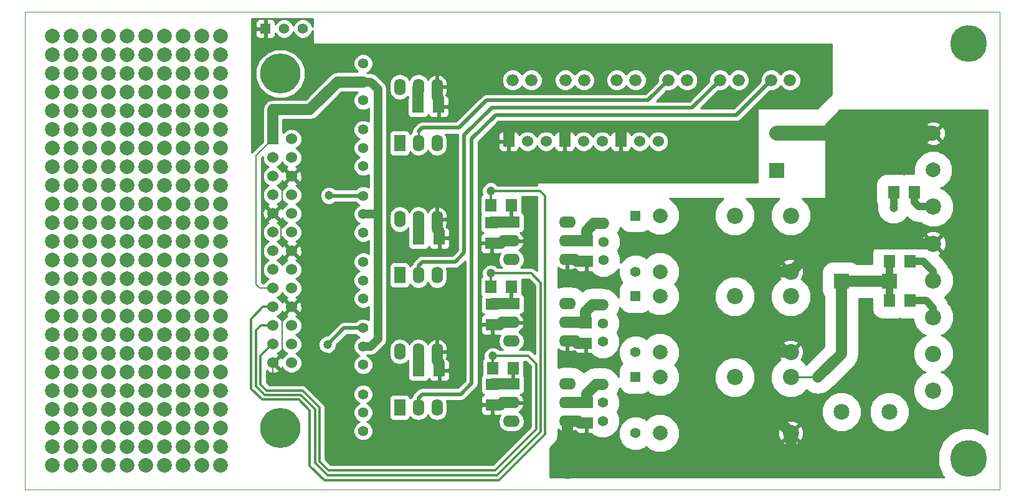
<source format=gbr>
%FSLAX46Y46*%
G04 Gerber Fmt 4.6, Leading zero omitted, Abs format (unit mm)*
G04 Created by KiCad (PCBNEW (2014-jul-16 BZR unknown)-product) date Mon 06 Oct 2014 10:40:32 AM CEST*
%MOMM*%
G01*
G04 APERTURE LIST*
%ADD10C,0.100000*%
%ADD11R,1.998980X1.998980*%
%ADD12C,1.998980*%
%ADD13R,1.600200X1.803400*%
%ADD14R,1.803400X1.600200*%
%ADD15C,1.676400*%
%ADD16R,1.397000X1.397000*%
%ADD17C,1.397000*%
%ADD18C,2.159000*%
%ADD19R,2.159000X2.159000*%
%ADD20R,1.574800X2.286000*%
%ADD21O,1.574800X2.286000*%
%ADD22R,2.286000X1.574800*%
%ADD23O,2.286000X1.574800*%
%ADD24R,1.524000X1.524000*%
%ADD25C,1.524000*%
%ADD26C,2.000000*%
%ADD27C,2.200000*%
%ADD28C,5.461000*%
%ADD29C,1.400000*%
%ADD30C,5.000000*%
%ADD31C,1.200000*%
%ADD32C,1.000000*%
%ADD33C,1.500000*%
%ADD34C,0.254000*%
%ADD35C,2.000000*%
%ADD36C,0.500000*%
%ADD37C,0.200000*%
%ADD38C,0.300000*%
%ADD39C,1.200000*%
G04 APERTURE END LIST*
D10*
X0Y65000000D02*
X30000000Y65000000D01*
X0Y0D02*
X0Y65000000D01*
X30000000Y0D02*
X0Y0D01*
X132500000Y65000000D02*
X30000000Y65000000D01*
X132500000Y0D02*
X30000000Y0D01*
X132500000Y0D02*
X132500000Y65000000D01*
D11*
X102250000Y43460000D03*
D12*
X102250000Y48540000D03*
D13*
X117553000Y25750000D03*
X120347000Y25750000D03*
X117553000Y31050000D03*
X120347000Y31050000D03*
X118103000Y40500000D03*
X120897000Y40500000D03*
D14*
X63450000Y36347000D03*
X63450000Y33553000D03*
X63550000Y25247000D03*
X63550000Y22453000D03*
X63550000Y14347000D03*
X63550000Y11553000D03*
X76350000Y33847000D03*
X76350000Y31053000D03*
X76250000Y22747000D03*
X76250000Y19953000D03*
X76350000Y11847000D03*
X76350000Y9053000D03*
D13*
X53453000Y52150000D03*
X56247000Y52150000D03*
X53553000Y34250000D03*
X56347000Y34250000D03*
X53553000Y16250000D03*
X56347000Y16250000D03*
D15*
X66330000Y55750000D03*
X68870000Y55750000D03*
X73480000Y55750000D03*
X76020000Y55750000D03*
X80480000Y55750000D03*
X83020000Y55750000D03*
X101480000Y55750000D03*
X104020000Y55750000D03*
X94480000Y55750000D03*
X97020000Y55750000D03*
X87480000Y55750000D03*
X90020000Y55750000D03*
D16*
X83000000Y37310000D03*
D17*
X83000000Y29690000D03*
D16*
X83000000Y26310000D03*
D17*
X83000000Y18690000D03*
D16*
X83000000Y15310000D03*
D17*
X83000000Y7690000D03*
D18*
X111000000Y10610000D03*
D19*
X111000000Y28390000D03*
D18*
X117500000Y10610000D03*
D19*
X117500000Y28390000D03*
D20*
X50960000Y47190000D03*
D21*
X53500000Y47190000D03*
X56040000Y47190000D03*
X56040000Y54810000D03*
X53500000Y54810000D03*
X50960000Y54810000D03*
D20*
X50960000Y29190000D03*
D21*
X53500000Y29190000D03*
X56040000Y29190000D03*
X56040000Y36810000D03*
X53500000Y36810000D03*
X50960000Y36810000D03*
D20*
X50960000Y11190000D03*
D21*
X53500000Y11190000D03*
X56040000Y11190000D03*
X56040000Y18810000D03*
X53500000Y18810000D03*
X50960000Y18810000D03*
D22*
X66140000Y36390000D03*
D23*
X66140000Y33850000D03*
X66140000Y31310000D03*
X73760000Y31310000D03*
X73760000Y33850000D03*
X73760000Y36390000D03*
D22*
X66140000Y25290000D03*
D23*
X66140000Y22750000D03*
X66140000Y20210000D03*
X73760000Y20210000D03*
X73760000Y22750000D03*
X73760000Y25290000D03*
D22*
X66140000Y14390000D03*
D23*
X66140000Y11850000D03*
X66140000Y9310000D03*
X73760000Y9310000D03*
X73760000Y11850000D03*
X73760000Y14390000D03*
D24*
X65790000Y47410000D03*
D25*
X68330000Y47410000D03*
X70870000Y47410000D03*
D24*
X73410000Y47410000D03*
D25*
X75950000Y47410000D03*
X78490000Y47410000D03*
D24*
X81030000Y47410000D03*
D25*
X83570000Y47410000D03*
X86110000Y47410000D03*
D26*
X123500000Y43500000D03*
X123500000Y48500000D03*
D27*
X123500000Y13500000D03*
X123500000Y18500000D03*
X123500000Y23500000D03*
X123500000Y28500000D03*
X123500000Y33500000D03*
X123500000Y38500000D03*
D24*
X33730000Y47740000D03*
D25*
X36270000Y47740000D03*
X33730000Y45200000D03*
X36270000Y45200000D03*
X33730000Y42660000D03*
X36270000Y42660000D03*
X33730000Y40120000D03*
X36270000Y40120000D03*
X33730000Y37580000D03*
X36270000Y37580000D03*
X33730000Y35040000D03*
X36270000Y35040000D03*
X33730000Y32500000D03*
X36270000Y32500000D03*
X33730000Y29960000D03*
X36270000Y29960000D03*
X33730000Y27420000D03*
X36270000Y27420000D03*
X33730000Y24880000D03*
X36270000Y24880000D03*
D28*
X34746000Y56630000D03*
D25*
X33730000Y22340000D03*
X36270000Y22340000D03*
X33730000Y19800000D03*
X36270000Y19800000D03*
X33730000Y17260000D03*
X36270000Y17260000D03*
D28*
X34746000Y8370000D03*
D16*
X32710000Y62750000D03*
D17*
X35250000Y62750000D03*
X37790000Y62750000D03*
D13*
X66147000Y38750000D03*
X63353000Y38750000D03*
X66147000Y27650000D03*
X63353000Y27650000D03*
X66397000Y16500000D03*
X63603000Y16500000D03*
D29*
X46000000Y49000000D03*
X46000000Y46500000D03*
X46000000Y44000000D03*
X46000000Y31000000D03*
X46000000Y28500000D03*
X46000000Y26000000D03*
X46000000Y13000000D03*
X46000000Y10500000D03*
X46000000Y8000000D03*
X46000000Y58000000D03*
X46000000Y55500000D03*
X46000000Y53000000D03*
X46000000Y40000000D03*
X46000000Y37500000D03*
X46000000Y35000000D03*
X78650000Y36250000D03*
X78650000Y33750000D03*
X78650000Y31250000D03*
X78550000Y25150000D03*
X78550000Y22650000D03*
X78550000Y20150000D03*
X78550000Y14350000D03*
X78550000Y11850000D03*
X78550000Y9350000D03*
X46000000Y22000000D03*
X46000000Y19500000D03*
X46000000Y17000000D03*
D27*
X96500000Y37310000D03*
X104120000Y29690000D03*
X104120000Y37310000D03*
D26*
X86340000Y37310000D03*
X86340000Y29690000D03*
D27*
X96500000Y26310000D03*
X104120000Y18690000D03*
X104120000Y26310000D03*
D26*
X86340000Y26310000D03*
X86340000Y18690000D03*
D27*
X96500000Y15310000D03*
X104120000Y7690000D03*
X104120000Y15310000D03*
D26*
X86340000Y15310000D03*
X86340000Y7690000D03*
D30*
X128250000Y4250000D03*
X128250000Y60750000D03*
D26*
X13900000Y21100000D03*
X8820000Y21100000D03*
X8820000Y23640000D03*
X11360000Y21100000D03*
X11360000Y23640000D03*
X8820000Y26180000D03*
X11360000Y26180000D03*
X13900000Y26180000D03*
X13900000Y23640000D03*
X16440000Y21100000D03*
X16440000Y23640000D03*
X16440000Y26180000D03*
X24060000Y23640000D03*
X24060000Y26180000D03*
X21520000Y26180000D03*
X18980000Y26180000D03*
X21520000Y23640000D03*
X21520000Y21100000D03*
X18980000Y23640000D03*
X18980000Y21100000D03*
X24060000Y21100000D03*
X26600000Y21100000D03*
X26600000Y23640000D03*
X26600000Y26180000D03*
X26600000Y18560000D03*
X26600000Y16020000D03*
X26600000Y13480000D03*
X26600000Y10940000D03*
X24060000Y10940000D03*
X18980000Y10940000D03*
X18980000Y13480000D03*
X21520000Y10940000D03*
X21520000Y13480000D03*
X18980000Y16020000D03*
X21520000Y16020000D03*
X18980000Y18560000D03*
X21520000Y18560000D03*
X24060000Y18560000D03*
X24060000Y16020000D03*
X24060000Y13480000D03*
X16440000Y18560000D03*
X16440000Y16020000D03*
X16440000Y13480000D03*
X16440000Y10940000D03*
X13900000Y13480000D03*
X13900000Y16020000D03*
X13900000Y18560000D03*
X11360000Y18560000D03*
X8820000Y18560000D03*
X11360000Y16020000D03*
X8820000Y16020000D03*
X11360000Y13480000D03*
X11360000Y10940000D03*
X8820000Y13480000D03*
X8820000Y10940000D03*
X13900000Y10940000D03*
X13900000Y3320000D03*
X8820000Y3320000D03*
X8820000Y5860000D03*
X11360000Y3320000D03*
X11360000Y5860000D03*
X8820000Y8400000D03*
X11360000Y8400000D03*
X13900000Y8400000D03*
X13900000Y5860000D03*
X16440000Y3320000D03*
X16440000Y5860000D03*
X16440000Y8400000D03*
X24060000Y5860000D03*
X24060000Y8400000D03*
X21520000Y8400000D03*
X18980000Y8400000D03*
X21520000Y5860000D03*
X21520000Y3320000D03*
X18980000Y5860000D03*
X18980000Y3320000D03*
X24060000Y3320000D03*
X26600000Y3320000D03*
X26600000Y5860000D03*
X26600000Y8400000D03*
X6280000Y8400000D03*
X3740000Y8400000D03*
X6280000Y5860000D03*
X6280000Y3320000D03*
X3740000Y5860000D03*
X3740000Y3320000D03*
X3740000Y10940000D03*
X3740000Y13480000D03*
X6280000Y10940000D03*
X6280000Y13480000D03*
X3740000Y16020000D03*
X6280000Y16020000D03*
X3740000Y18560000D03*
X6280000Y18560000D03*
X6280000Y26180000D03*
X3740000Y26180000D03*
X6280000Y23640000D03*
X6280000Y21100000D03*
X3740000Y23640000D03*
X3740000Y21100000D03*
X3740000Y46500000D03*
X3740000Y49040000D03*
X6280000Y46500000D03*
X6280000Y49040000D03*
X3740000Y51580000D03*
X6280000Y51580000D03*
X6280000Y43960000D03*
X3740000Y43960000D03*
X6280000Y41420000D03*
X3740000Y41420000D03*
X6280000Y38880000D03*
X6280000Y36340000D03*
X3740000Y38880000D03*
X3740000Y36340000D03*
X3740000Y28720000D03*
X3740000Y31260000D03*
X6280000Y28720000D03*
X6280000Y31260000D03*
X3740000Y33800000D03*
X6280000Y33800000D03*
X26600000Y33800000D03*
X26600000Y31260000D03*
X26600000Y28720000D03*
X24060000Y28720000D03*
X18980000Y28720000D03*
X18980000Y31260000D03*
X21520000Y28720000D03*
X21520000Y31260000D03*
X18980000Y33800000D03*
X21520000Y33800000D03*
X24060000Y33800000D03*
X24060000Y31260000D03*
X16440000Y33800000D03*
X16440000Y31260000D03*
X16440000Y28720000D03*
X13900000Y31260000D03*
X13900000Y33800000D03*
X11360000Y33800000D03*
X8820000Y33800000D03*
X11360000Y31260000D03*
X11360000Y28720000D03*
X8820000Y31260000D03*
X8820000Y28720000D03*
X13900000Y28720000D03*
X13900000Y36340000D03*
X8820000Y36340000D03*
X8820000Y38880000D03*
X11360000Y36340000D03*
X11360000Y38880000D03*
X8820000Y41420000D03*
X11360000Y41420000D03*
X8820000Y43960000D03*
X11360000Y43960000D03*
X13900000Y43960000D03*
X13900000Y41420000D03*
X13900000Y38880000D03*
X16440000Y36340000D03*
X16440000Y38880000D03*
X16440000Y41420000D03*
X16440000Y43960000D03*
X24060000Y38880000D03*
X24060000Y41420000D03*
X24060000Y43960000D03*
X21520000Y43960000D03*
X18980000Y43960000D03*
X21520000Y41420000D03*
X18980000Y41420000D03*
X21520000Y38880000D03*
X21520000Y36340000D03*
X18980000Y38880000D03*
X18980000Y36340000D03*
X24060000Y36340000D03*
X26600000Y36340000D03*
X26600000Y38880000D03*
X26600000Y41420000D03*
X26600000Y43960000D03*
X26600000Y51580000D03*
X26600000Y49040000D03*
X26600000Y46500000D03*
X24060000Y46500000D03*
X18980000Y46500000D03*
X18980000Y49040000D03*
X21520000Y46500000D03*
X21520000Y49040000D03*
X18980000Y51580000D03*
X21520000Y51580000D03*
X24060000Y51580000D03*
X24060000Y49040000D03*
X16440000Y51580000D03*
X16440000Y49040000D03*
X16440000Y46500000D03*
X13900000Y49040000D03*
X13900000Y51580000D03*
X11360000Y51580000D03*
X8820000Y51580000D03*
X11360000Y49040000D03*
X11360000Y46500000D03*
X8820000Y49040000D03*
X8820000Y46500000D03*
X13900000Y46500000D03*
X13900000Y56660000D03*
X8820000Y56660000D03*
X8820000Y59200000D03*
X11360000Y56660000D03*
X11360000Y59200000D03*
X8820000Y61740000D03*
X11360000Y61740000D03*
X13900000Y61740000D03*
X13900000Y59200000D03*
X16440000Y56660000D03*
X16440000Y59200000D03*
X16440000Y61740000D03*
X24060000Y59200000D03*
X24060000Y61740000D03*
X21520000Y61740000D03*
X18980000Y61740000D03*
X21520000Y59200000D03*
X21520000Y56660000D03*
X18980000Y59200000D03*
X18980000Y56660000D03*
X24060000Y56660000D03*
X26600000Y56660000D03*
X26600000Y59200000D03*
X26600000Y61740000D03*
X26600000Y54120000D03*
X18980000Y54120000D03*
X21520000Y54120000D03*
X24060000Y54120000D03*
X16440000Y54120000D03*
X13900000Y54120000D03*
X11360000Y54120000D03*
X8820000Y54120000D03*
X3740000Y54120000D03*
X6280000Y54120000D03*
X6280000Y61740000D03*
X3740000Y61740000D03*
X6280000Y59200000D03*
X6280000Y56660000D03*
X3740000Y59200000D03*
X3740000Y56660000D03*
D31*
X118100000Y38400000D03*
X100650000Y33550000D03*
X100500000Y11310000D03*
X112500000Y33500000D03*
X41350000Y40050000D03*
X41150000Y19750000D03*
X63350000Y40650000D03*
X63350000Y29450000D03*
X63603000Y18203000D03*
D32*
X118103000Y38403000D02*
X118100000Y38400000D01*
X118103000Y38403000D02*
X118103000Y40500000D01*
X117500000Y28390000D02*
X117500000Y25803000D01*
X117500000Y25803000D02*
X117553000Y25750000D01*
D33*
X107810000Y15310000D02*
X111000000Y18500000D01*
X111000000Y18500000D02*
X111000000Y28390000D01*
D34*
X104120000Y15310000D02*
X107810000Y15310000D01*
D33*
X117500000Y28390000D02*
X111000000Y28390000D01*
X117553000Y28443000D02*
X117500000Y28390000D01*
D32*
X117553000Y31050000D02*
X117553000Y28443000D01*
X100750000Y11750000D02*
X100500000Y11750000D01*
X100750000Y11750000D02*
X100500000Y11750000D01*
D35*
X112460000Y46000000D02*
X112460000Y48500000D01*
X112460000Y46000000D02*
X112460000Y33540000D01*
X112500000Y33500000D02*
X112460000Y33540000D01*
X112460000Y48500000D02*
X112500000Y48500000D01*
X123500000Y48500000D02*
X112500000Y48500000D01*
X112500000Y48500000D02*
X102290000Y48500000D01*
X102290000Y48500000D02*
X102250000Y48540000D01*
D33*
X102190000Y29690000D02*
X100500000Y28000000D01*
X100500000Y28000000D02*
X100500000Y18500000D01*
X100500000Y18500000D02*
X100500000Y11750000D01*
X100500000Y11750000D02*
X100500000Y11310000D01*
X100500000Y11310000D02*
X104120000Y7690000D01*
X104120000Y29690000D02*
X102190000Y29690000D01*
X100500000Y18690000D02*
X100500000Y18500000D01*
X104120000Y18690000D02*
X100500000Y18690000D01*
X108000000Y33500000D02*
X112500000Y33500000D01*
X104190000Y29690000D02*
X108000000Y33500000D01*
X112500000Y33500000D02*
X123500000Y33500000D01*
X104120000Y29690000D02*
X104190000Y29690000D01*
X74790000Y31310000D02*
X73760000Y31310000D01*
X75047000Y31053000D02*
X74790000Y31310000D01*
X76350000Y31053000D02*
X75047000Y31053000D01*
X75147000Y19953000D02*
X76250000Y19953000D01*
X74890000Y20210000D02*
X75147000Y19953000D01*
X73760000Y20210000D02*
X74890000Y20210000D01*
X75190000Y9310000D02*
X75447000Y9053000D01*
X75447000Y9053000D02*
X76350000Y9053000D01*
X73760000Y9310000D02*
X75190000Y9310000D01*
X73760000Y2260000D02*
X73750000Y2250000D01*
X73760000Y9310000D02*
X73760000Y2260000D01*
X104000000Y2260000D02*
X104120000Y2380000D01*
X104120000Y2380000D02*
X104120000Y7690000D01*
X73760000Y2260000D02*
X104000000Y2260000D01*
D32*
X120897000Y40500000D02*
X120897000Y39103000D01*
X121500000Y38500000D02*
X123500000Y38500000D01*
X120897000Y39103000D02*
X121500000Y38500000D01*
X122150000Y31050000D02*
X123500000Y29700000D01*
X123500000Y29700000D02*
X123500000Y28500000D01*
X120347000Y31050000D02*
X122150000Y31050000D01*
X120347000Y25750000D02*
X122500000Y25750000D01*
X123500000Y24750000D02*
X123500000Y23500000D01*
X122500000Y25750000D02*
X123500000Y24750000D01*
D36*
X66147000Y38750000D02*
X66147000Y36397000D01*
X66147000Y36397000D02*
X66140000Y36390000D01*
D33*
X63493000Y36390000D02*
X63450000Y36347000D01*
X66140000Y36390000D02*
X63493000Y36390000D01*
D37*
X33730000Y17260000D02*
X33730000Y15270000D01*
X56250000Y14950000D02*
X56250000Y16153000D01*
X55750000Y14450000D02*
X56250000Y14950000D01*
X34550000Y14450000D02*
X55750000Y14450000D01*
X33730000Y15270000D02*
X34550000Y14450000D01*
X56250000Y16153000D02*
X56347000Y16250000D01*
X36270000Y24880000D02*
X36270000Y24870000D01*
X36270000Y24870000D02*
X34950000Y23550000D01*
X34950000Y23550000D02*
X34950000Y18480000D01*
X34950000Y18480000D02*
X33730000Y17260000D01*
X33730000Y37580000D02*
X33730000Y37570000D01*
X33730000Y37570000D02*
X34850000Y36450000D01*
X34850000Y33920000D02*
X36270000Y32500000D01*
X34850000Y36450000D02*
X34850000Y33920000D01*
X36270000Y42660000D02*
X36260000Y42660000D01*
X36260000Y42660000D02*
X34950000Y41350000D01*
X34950000Y38800000D02*
X33730000Y37580000D01*
X34950000Y41350000D02*
X34950000Y38800000D01*
D33*
X73410000Y47410000D02*
X73410000Y49500000D01*
X73410000Y49500000D02*
X73500000Y49500000D01*
X65790000Y47410000D02*
X65790000Y49460000D01*
X81030000Y49470000D02*
X81030000Y47410000D01*
X81000000Y49500000D02*
X81030000Y49470000D01*
X65830000Y49500000D02*
X73500000Y49500000D01*
X73500000Y49500000D02*
X81000000Y49500000D01*
X65790000Y49460000D02*
X65830000Y49500000D01*
X65144000Y33850000D02*
X66140000Y33850000D01*
X64747000Y33553000D02*
X65044000Y33850000D01*
X63450000Y33553000D02*
X64747000Y33553000D01*
X64850000Y22750000D02*
X64553000Y22453000D01*
X64553000Y22453000D02*
X63550000Y22453000D01*
X66140000Y22750000D02*
X64850000Y22750000D01*
X56247000Y53253000D02*
X56040000Y53460000D01*
X56040000Y53460000D02*
X56040000Y54810000D01*
X56247000Y52150000D02*
X56247000Y53253000D01*
X56040000Y35460000D02*
X56347000Y35153000D01*
X56347000Y35153000D02*
X56347000Y34250000D01*
X56040000Y36810000D02*
X56040000Y35460000D01*
X56040000Y17560000D02*
X56347000Y17253000D01*
X56040000Y18810000D02*
X56040000Y17560000D01*
X56347000Y17253000D02*
X56347000Y16250000D01*
X64653000Y11553000D02*
X63550000Y11553000D01*
X64950000Y11850000D02*
X64653000Y11553000D01*
X66140000Y11850000D02*
X65150000Y11850000D01*
D36*
X66147000Y27650000D02*
X66147000Y25297000D01*
X66147000Y25297000D02*
X66140000Y25290000D01*
D33*
X63593000Y25290000D02*
X63550000Y25247000D01*
X66140000Y25290000D02*
X63593000Y25290000D01*
D36*
X66397000Y16500000D02*
X66397000Y14647000D01*
X66397000Y14647000D02*
X66140000Y14390000D01*
D33*
X63593000Y14390000D02*
X63550000Y14347000D01*
X66140000Y14390000D02*
X63593000Y14390000D01*
X73763000Y33847000D02*
X73760000Y33850000D01*
X76350000Y33847000D02*
X73763000Y33847000D01*
X77350000Y36250000D02*
X76350000Y35250000D01*
X76350000Y35250000D02*
X76350000Y33847000D01*
X78650000Y36250000D02*
X77350000Y36250000D01*
X76247000Y22750000D02*
X76250000Y22747000D01*
X73760000Y22750000D02*
X76247000Y22750000D01*
X76250000Y24250000D02*
X77150000Y25150000D01*
X77150000Y25150000D02*
X78550000Y25150000D01*
X76250000Y22747000D02*
X76250000Y24250000D01*
X76347000Y11850000D02*
X76350000Y11847000D01*
X73760000Y11850000D02*
X76347000Y11850000D01*
X76350000Y13050000D02*
X77650000Y14350000D01*
X77650000Y14350000D02*
X78550000Y14350000D01*
X76350000Y11847000D02*
X76350000Y13050000D01*
X53453000Y54763000D02*
X53500000Y54810000D01*
X53453000Y52150000D02*
X53453000Y54763000D01*
D36*
X41400000Y40000000D02*
X46000000Y40000000D01*
X41350000Y40050000D02*
X41400000Y40000000D01*
D33*
X53500000Y34303000D02*
X53553000Y34250000D01*
X53500000Y36810000D02*
X53500000Y34303000D01*
D36*
X43400000Y22000000D02*
X46000000Y22000000D01*
X41150000Y19750000D02*
X43400000Y22000000D01*
D33*
X53500000Y16303000D02*
X53553000Y16250000D01*
X53500000Y18810000D02*
X53500000Y16303000D01*
D38*
X70750000Y39350000D02*
X70750000Y39950000D01*
X32380000Y24880000D02*
X30750000Y23250000D01*
X30750000Y23250000D02*
X30750000Y13750000D01*
X30750000Y13750000D02*
X32250000Y12250000D01*
X32250000Y12250000D02*
X37250000Y12250000D01*
X37250000Y12250000D02*
X38750000Y10750000D01*
X38750000Y10750000D02*
X38750000Y3250000D01*
X38750000Y3250000D02*
X40750000Y1250000D01*
X40750000Y1250000D02*
X64450000Y1250000D01*
X64450000Y1250000D02*
X70750000Y7550000D01*
X33730000Y24880000D02*
X32380000Y24880000D01*
X70750000Y7550000D02*
X70750000Y39350000D01*
X70050000Y40650000D02*
X63350000Y40650000D01*
X70750000Y39950000D02*
X70050000Y40650000D01*
X63353000Y40647000D02*
X63353000Y38750000D01*
X63350000Y40650000D02*
X63353000Y40647000D01*
X63353000Y38750000D02*
X63353000Y40053000D01*
X41150000Y1950000D02*
X64195998Y1950000D01*
X31450000Y21650000D02*
X31450000Y14050000D01*
X31450000Y14050000D02*
X32650000Y12850000D01*
X32650000Y12850000D02*
X37550000Y12850000D01*
X37550000Y12850000D02*
X39450000Y10950000D01*
X39450000Y10950000D02*
X39450000Y3650000D01*
X39450000Y3650000D02*
X41150000Y1950000D01*
X33730000Y22340000D02*
X32140000Y22340000D01*
X32140000Y22340000D02*
X31450000Y21650000D01*
X70150000Y28150000D02*
X68850000Y29450000D01*
X70150000Y7904002D02*
X70150000Y28150000D01*
X64195998Y1950000D02*
X70150000Y7904002D01*
X68850000Y29450000D02*
X63350000Y29450000D01*
X63353000Y29447000D02*
X63353000Y27650000D01*
X63350000Y29450000D02*
X63353000Y29447000D01*
X63353000Y28753000D02*
X63353000Y27650000D01*
X63603000Y16500000D02*
X63603000Y18203000D01*
X68450000Y18250000D02*
X64250000Y18250000D01*
X63650000Y18250000D02*
X64250000Y18250000D01*
X32050000Y18250000D02*
X33600000Y19800000D01*
X32050000Y18250000D02*
X32050000Y14304002D01*
X32050000Y14304002D02*
X32904002Y13450000D01*
X32904002Y13450000D02*
X37750000Y13450000D01*
X37750000Y13450000D02*
X40050000Y11150000D01*
X40050000Y11150000D02*
X40050000Y3833478D01*
X40050000Y3833478D02*
X41233478Y2650000D01*
X41233478Y2650000D02*
X63950000Y2650000D01*
X63950000Y2650000D02*
X69550000Y8250000D01*
X69550000Y8250000D02*
X69550000Y17150000D01*
X69550000Y17150000D02*
X68450000Y18250000D01*
X33730000Y19800000D02*
X33600000Y19800000D01*
D36*
X60750000Y47750000D02*
X64000000Y51000000D01*
X53500000Y12500000D02*
X54000000Y13000000D01*
X54000000Y13000000D02*
X59250000Y13000000D01*
X59250000Y13000000D02*
X60750000Y14500000D01*
X60750000Y14500000D02*
X60750000Y47750000D01*
X53500000Y11190000D02*
X53500000Y12500000D01*
X96730000Y51000000D02*
X101480000Y55750000D01*
X64000000Y51000000D02*
X96730000Y51000000D01*
X53500000Y29190000D02*
X53500000Y30500000D01*
X90730000Y52000000D02*
X94480000Y55750000D01*
X63500000Y52000000D02*
X90730000Y52000000D01*
X59750000Y48250000D02*
X63500000Y52000000D01*
X59750000Y32250000D02*
X59750000Y48250000D01*
X58500000Y31000000D02*
X59750000Y32250000D01*
X54000000Y31000000D02*
X58500000Y31000000D01*
X53500000Y30500000D02*
X54000000Y31000000D01*
X59000000Y49250000D02*
X62750000Y53000000D01*
X54000000Y49250000D02*
X59000000Y49250000D01*
X53500000Y48750000D02*
X54000000Y49250000D01*
D34*
X53500000Y47190000D02*
X53500000Y48750000D01*
D36*
X84730000Y53000000D02*
X87480000Y55750000D01*
X62750000Y53000000D02*
X84730000Y53000000D01*
D37*
X33730000Y27420000D02*
X31980000Y27420000D01*
X31450000Y45460000D02*
X33730000Y47740000D01*
X31450000Y27950000D02*
X31450000Y45460000D01*
X31980000Y27420000D02*
X31450000Y27950000D01*
D33*
X33730000Y47740000D02*
X33730000Y51730000D01*
X42500000Y55500000D02*
X46000000Y55500000D01*
X38750000Y51750000D02*
X42500000Y55500000D01*
X33750000Y51750000D02*
X38750000Y51750000D01*
X33730000Y51730000D02*
X33750000Y51750000D01*
D39*
X47000000Y55500000D02*
X48000000Y54500000D01*
X48000000Y37500000D02*
X48000000Y20500000D01*
X48000000Y54500000D02*
X48000000Y37500000D01*
X48000000Y20500000D02*
X47000000Y19500000D01*
X47000000Y19500000D02*
X46000000Y19500000D01*
X46000000Y55500000D02*
X47000000Y55500000D01*
X46000000Y37500000D02*
X48000000Y37500000D01*
D34*
G36*
X81196798Y28204725D02*
X80922196Y27930122D01*
X80674500Y27332131D01*
X80674500Y26684870D01*
X80674500Y26166740D01*
X80604297Y26271805D01*
X80523885Y26466418D01*
X80373805Y26616760D01*
X80230793Y26830793D01*
X80018630Y26972556D01*
X79869861Y27121585D01*
X79673671Y27203051D01*
X79459639Y27346062D01*
X79209376Y27395843D01*
X79014900Y27476596D01*
X78802467Y27476782D01*
X78550000Y27527000D01*
X77150000Y27527000D01*
X76240361Y27346062D01*
X75797708Y27050292D01*
X75093819Y27520615D01*
X74169868Y27704400D01*
X73350132Y27704400D01*
X72527000Y27540670D01*
X72527000Y30218257D01*
X72742738Y30044475D01*
X73277400Y29887600D01*
X73633000Y29887600D01*
X73633000Y31183000D01*
X73613000Y31183000D01*
X73613000Y31435600D01*
X73907000Y31435600D01*
X73907000Y31183000D01*
X73887000Y31183000D01*
X73887000Y29887600D01*
X74242600Y29887600D01*
X74777262Y30044475D01*
X74829787Y30086786D01*
X74909973Y29893202D01*
X75088601Y29714573D01*
X75321990Y29617900D01*
X75574609Y29617900D01*
X76064250Y29617900D01*
X76223000Y29776650D01*
X76223000Y30926000D01*
X76203000Y30926000D01*
X76203000Y31180000D01*
X76223000Y31180000D01*
X76223000Y31200000D01*
X76322954Y31200000D01*
X76322597Y30789162D01*
X76477000Y30415478D01*
X76477000Y29776650D01*
X76635750Y29617900D01*
X76991246Y29617900D01*
X77330139Y29278415D01*
X78185100Y28923404D01*
X79110838Y28922597D01*
X79966418Y29276115D01*
X80621585Y29930139D01*
X80674820Y30058346D01*
X80674097Y29229459D01*
X81027388Y28374431D01*
X81196798Y28204725D01*
X81196798Y28204725D01*
G37*
X81196798Y28204725D02*
X80922196Y27930122D01*
X80674500Y27332131D01*
X80674500Y26684870D01*
X80674500Y26166740D01*
X80604297Y26271805D01*
X80523885Y26466418D01*
X80373805Y26616760D01*
X80230793Y26830793D01*
X80018630Y26972556D01*
X79869861Y27121585D01*
X79673671Y27203051D01*
X79459639Y27346062D01*
X79209376Y27395843D01*
X79014900Y27476596D01*
X78802467Y27476782D01*
X78550000Y27527000D01*
X77150000Y27527000D01*
X76240361Y27346062D01*
X75797708Y27050292D01*
X75093819Y27520615D01*
X74169868Y27704400D01*
X73350132Y27704400D01*
X72527000Y27540670D01*
X72527000Y30218257D01*
X72742738Y30044475D01*
X73277400Y29887600D01*
X73633000Y29887600D01*
X73633000Y31183000D01*
X73613000Y31183000D01*
X73613000Y31435600D01*
X73907000Y31435600D01*
X73907000Y31183000D01*
X73887000Y31183000D01*
X73887000Y29887600D01*
X74242600Y29887600D01*
X74777262Y30044475D01*
X74829787Y30086786D01*
X74909973Y29893202D01*
X75088601Y29714573D01*
X75321990Y29617900D01*
X75574609Y29617900D01*
X76064250Y29617900D01*
X76223000Y29776650D01*
X76223000Y30926000D01*
X76203000Y30926000D01*
X76203000Y31180000D01*
X76223000Y31180000D01*
X76223000Y31200000D01*
X76322954Y31200000D01*
X76322597Y30789162D01*
X76477000Y30415478D01*
X76477000Y29776650D01*
X76635750Y29617900D01*
X76991246Y29617900D01*
X77330139Y29278415D01*
X78185100Y28923404D01*
X79110838Y28922597D01*
X79966418Y29276115D01*
X80621585Y29930139D01*
X80674820Y30058346D01*
X80674097Y29229459D01*
X81027388Y28374431D01*
X81196798Y28204725D01*
G36*
X130823000Y7514065D02*
X130590810Y7746660D01*
X129074513Y8376282D01*
X127432690Y8377715D01*
X126227472Y7879730D01*
X126227472Y14040054D01*
X125813186Y15042703D01*
X125046738Y15810490D01*
X124590463Y15999953D01*
X125042703Y16186814D01*
X125810490Y16953262D01*
X126226526Y17955186D01*
X126227472Y19040054D01*
X125813186Y20042703D01*
X125046738Y20810490D01*
X124590463Y20999953D01*
X125042703Y21186814D01*
X125810490Y21953262D01*
X126226526Y22955186D01*
X126227472Y24040054D01*
X125813186Y25042703D01*
X125507958Y25348464D01*
X125507958Y25348465D01*
X125465092Y25563967D01*
X125465092Y25563968D01*
X125046431Y26190537D01*
X125810490Y26953262D01*
X126226526Y27955186D01*
X126227472Y29040054D01*
X126227472Y39040054D01*
X125813186Y40042703D01*
X125046738Y40810490D01*
X124459854Y41054186D01*
X124986132Y41271639D01*
X125725764Y42009981D01*
X126126543Y42975165D01*
X126127455Y44020250D01*
X125728361Y44986132D01*
X125145908Y45569603D01*
X125145908Y48235461D01*
X125121856Y48885460D01*
X124919387Y49374264D01*
X124652532Y49472927D01*
X124472927Y49293322D01*
X124472927Y49652532D01*
X124374264Y49919387D01*
X123764539Y50145908D01*
X123114540Y50121856D01*
X122625736Y49919387D01*
X122527073Y49652532D01*
X123500000Y48679605D01*
X124472927Y49652532D01*
X124472927Y49293322D01*
X123679605Y48500000D01*
X124652532Y47527073D01*
X124919387Y47625736D01*
X125145908Y48235461D01*
X125145908Y45569603D01*
X124990019Y45725764D01*
X124472927Y45940480D01*
X124472927Y47347468D01*
X123500000Y48320395D01*
X123320395Y48140790D01*
X123320395Y48500000D01*
X122347468Y49472927D01*
X122080613Y49374264D01*
X121854092Y48764539D01*
X121878144Y48114540D01*
X122080613Y47625736D01*
X122347468Y47527073D01*
X123320395Y48500000D01*
X123320395Y48140790D01*
X122527073Y47347468D01*
X122625736Y47080613D01*
X123235461Y46854092D01*
X123885460Y46878144D01*
X124374264Y47080613D01*
X124472927Y47347468D01*
X124472927Y45940480D01*
X124024835Y46126543D01*
X122979750Y46127455D01*
X122013868Y45728361D01*
X121274236Y44990019D01*
X120873457Y44024835D01*
X120872587Y43028700D01*
X119773270Y43028700D01*
X119500000Y42915509D01*
X119226731Y43028700D01*
X118579470Y43028700D01*
X116979270Y43028700D01*
X116381279Y42781004D01*
X115923596Y42323322D01*
X115675900Y41725331D01*
X115675900Y41078070D01*
X115675900Y39274670D01*
X115873346Y38797994D01*
X115872614Y37958966D01*
X116210940Y37140154D01*
X116836858Y36513142D01*
X117655079Y36173387D01*
X118541034Y36172614D01*
X119359846Y36510940D01*
X119920926Y37071042D01*
X119995984Y36995984D01*
X120686032Y36534908D01*
X120686033Y36534908D01*
X121500000Y36373000D01*
X121770092Y36373000D01*
X121953262Y36189510D01*
X122955186Y35773474D01*
X124040054Y35772528D01*
X125042703Y36186814D01*
X125810490Y36953262D01*
X126226526Y37955186D01*
X126227472Y39040054D01*
X126227472Y29040054D01*
X125813186Y30042703D01*
X125495537Y30360907D01*
X125465092Y30513968D01*
X125245323Y30842876D01*
X125245323Y33211593D01*
X125222836Y33901453D01*
X125002099Y34434359D01*
X124724868Y34545263D01*
X124545263Y34365658D01*
X124545263Y34724868D01*
X124434359Y35002099D01*
X123788407Y35245323D01*
X123098547Y35222836D01*
X122565641Y35002099D01*
X122454737Y34724868D01*
X123500000Y33679605D01*
X124545263Y34724868D01*
X124545263Y34365658D01*
X123679605Y33500000D01*
X124724868Y32454737D01*
X125002099Y32565641D01*
X125245323Y33211593D01*
X125245323Y30842876D01*
X125004016Y31204016D01*
X124275805Y31932227D01*
X124434359Y31997901D01*
X124545263Y32275132D01*
X123500000Y33320395D01*
X123485857Y33306253D01*
X123306252Y33485858D01*
X123320395Y33500000D01*
X122275132Y34545263D01*
X121997901Y34434359D01*
X121754677Y33788407D01*
X121765492Y33456606D01*
X121470731Y33578700D01*
X120823470Y33578700D01*
X119223270Y33578700D01*
X118950000Y33465509D01*
X118676731Y33578700D01*
X118029470Y33578700D01*
X116429270Y33578700D01*
X115831279Y33331004D01*
X115373596Y32873322D01*
X115125900Y32275331D01*
X115125900Y31628070D01*
X115125900Y30767000D01*
X113082925Y30767000D01*
X113001122Y30848804D01*
X112403131Y31096500D01*
X111755870Y31096500D01*
X109596870Y31096500D01*
X108998879Y30848804D01*
X108541196Y30391122D01*
X108293500Y29793131D01*
X108293500Y29145870D01*
X108293500Y26986870D01*
X108541196Y26388879D01*
X108623000Y26307075D01*
X108623000Y19484586D01*
X106847472Y17709059D01*
X106847472Y26850054D01*
X106433186Y27852703D01*
X105666738Y28620490D01*
X105479061Y28698421D01*
X105622099Y28755641D01*
X105865323Y29401593D01*
X105842836Y30091453D01*
X105622099Y30624359D01*
X105344868Y30735263D01*
X105165263Y30555658D01*
X105165263Y30914868D01*
X105054359Y31192099D01*
X104408407Y31435323D01*
X103718547Y31412836D01*
X103185641Y31192099D01*
X103074737Y30914868D01*
X104120000Y29869605D01*
X105165263Y30914868D01*
X105165263Y30555658D01*
X104299605Y29690000D01*
X104313747Y29675858D01*
X104134142Y29496253D01*
X104120000Y29510395D01*
X104105857Y29496253D01*
X103926252Y29675858D01*
X103940395Y29690000D01*
X102895132Y30735263D01*
X102617901Y30624359D01*
X102374677Y29978407D01*
X102397164Y29288547D01*
X102617901Y28755641D01*
X102760145Y28698738D01*
X102577297Y28623186D01*
X101809510Y27856738D01*
X101393474Y26854814D01*
X101392528Y25769946D01*
X101806814Y24767297D01*
X102573262Y23999510D01*
X103575186Y23583474D01*
X104660054Y23582528D01*
X105662703Y23996814D01*
X106430490Y24763262D01*
X106846526Y25765186D01*
X106847472Y26850054D01*
X106847472Y17709059D01*
X106212344Y17073931D01*
X105666738Y17620490D01*
X105479061Y17698421D01*
X105622099Y17755641D01*
X105865323Y18401593D01*
X105842836Y19091453D01*
X105622099Y19624359D01*
X105344868Y19735263D01*
X105165263Y19555658D01*
X105165263Y19914868D01*
X105054359Y20192099D01*
X104408407Y20435323D01*
X103718547Y20412836D01*
X103185641Y20192099D01*
X103074737Y19914868D01*
X104120000Y18869605D01*
X105165263Y19914868D01*
X105165263Y19555658D01*
X104299605Y18690000D01*
X104313747Y18675858D01*
X104134142Y18496253D01*
X104120000Y18510395D01*
X104105857Y18496253D01*
X103926252Y18675858D01*
X103940395Y18690000D01*
X102895132Y19735263D01*
X102617901Y19624359D01*
X102374677Y18978407D01*
X102397164Y18288547D01*
X102617901Y17755641D01*
X102760145Y17698738D01*
X102577297Y17623186D01*
X101809510Y16856738D01*
X101393474Y15854814D01*
X101392528Y14769946D01*
X101806814Y13767297D01*
X102573262Y12999510D01*
X103575186Y12583474D01*
X104660054Y12582528D01*
X105662703Y12996814D01*
X106222865Y13556000D01*
X106238769Y13556000D01*
X106900362Y13113938D01*
X107810000Y12933000D01*
X108719638Y13113938D01*
X109490793Y13629207D01*
X112680793Y16819207D01*
X113196062Y17590361D01*
X113377000Y18500000D01*
X113377000Y26013000D01*
X115125900Y26013000D01*
X115125900Y24524670D01*
X115373596Y23926679D01*
X115831278Y23468996D01*
X116429269Y23221300D01*
X117076530Y23221300D01*
X118676730Y23221300D01*
X118949999Y23334492D01*
X119223269Y23221300D01*
X119870530Y23221300D01*
X120772755Y23221300D01*
X120772528Y22959946D01*
X121186814Y21957297D01*
X121953262Y21189510D01*
X122409536Y21000048D01*
X121957297Y20813186D01*
X121189510Y20046738D01*
X120773474Y19044814D01*
X120772528Y17959946D01*
X121186814Y16957297D01*
X121953262Y16189510D01*
X122409536Y16000048D01*
X121957297Y15813186D01*
X121189510Y15046738D01*
X120773474Y14044814D01*
X120772528Y12959946D01*
X121186814Y11957297D01*
X121953262Y11189510D01*
X122955186Y10773474D01*
X124040054Y10772528D01*
X125042703Y11186814D01*
X125810490Y11953262D01*
X126226526Y12955186D01*
X126227472Y14040054D01*
X126227472Y7879730D01*
X125915296Y7750741D01*
X124753340Y6590810D01*
X124123718Y5074513D01*
X124122285Y3432690D01*
X124749259Y1915296D01*
X124987139Y1677000D01*
X120206968Y1677000D01*
X120206968Y11145994D01*
X119795797Y12141106D01*
X119035111Y12903121D01*
X118040718Y13316029D01*
X116964006Y13316968D01*
X115968894Y12905797D01*
X115206879Y12145111D01*
X114793971Y11150718D01*
X114793032Y10074006D01*
X115204203Y9078894D01*
X115964889Y8316879D01*
X116959282Y7903971D01*
X118035994Y7903032D01*
X119031106Y8314203D01*
X119793121Y9074889D01*
X120206029Y10069282D01*
X120206968Y11145994D01*
X120206968Y1677000D01*
X113706968Y1677000D01*
X113706968Y11145994D01*
X113295797Y12141106D01*
X112535111Y12903121D01*
X111540718Y13316029D01*
X110464006Y13316968D01*
X109468894Y12905797D01*
X108706879Y12145111D01*
X108293971Y11150718D01*
X108293032Y10074006D01*
X108704203Y9078894D01*
X109464889Y8316879D01*
X110459282Y7903971D01*
X111535994Y7903032D01*
X112531106Y8314203D01*
X113293121Y9074889D01*
X113706029Y10069282D01*
X113706968Y11145994D01*
X113706968Y1677000D01*
X105865323Y1677000D01*
X105865323Y7401593D01*
X105842836Y8091453D01*
X105622099Y8624359D01*
X105344868Y8735263D01*
X105165263Y8555658D01*
X105165263Y8914868D01*
X105054359Y9192099D01*
X104408407Y9435323D01*
X103718547Y9412836D01*
X103185641Y9192099D01*
X103074737Y8914868D01*
X104120000Y7869605D01*
X105165263Y8914868D01*
X105165263Y8555658D01*
X104299605Y7690000D01*
X105344868Y6644737D01*
X105622099Y6755641D01*
X105865323Y7401593D01*
X105865323Y1677000D01*
X105165263Y1677000D01*
X105165263Y6465132D01*
X104120000Y7510395D01*
X103940395Y7330790D01*
X103940395Y7690000D01*
X102895132Y8735263D01*
X102617901Y8624359D01*
X102374677Y7978407D01*
X102397164Y7288547D01*
X102617901Y6755641D01*
X102895132Y6644737D01*
X103940395Y7690000D01*
X103940395Y7330790D01*
X103074737Y6465132D01*
X103185641Y6187901D01*
X103831593Y5944677D01*
X104521453Y5967164D01*
X105054359Y6187901D01*
X105165263Y6465132D01*
X105165263Y1677000D01*
X99227472Y1677000D01*
X99227472Y15850054D01*
X99227472Y26850054D01*
X98813186Y27852703D01*
X98046738Y28620490D01*
X97044814Y29036526D01*
X95959946Y29037472D01*
X94957297Y28623186D01*
X94189510Y27856738D01*
X93773474Y26854814D01*
X93772528Y25769946D01*
X94186814Y24767297D01*
X94953262Y23999510D01*
X95955186Y23583474D01*
X97040054Y23582528D01*
X98042703Y23996814D01*
X98810490Y24763262D01*
X99226526Y25765186D01*
X99227472Y26850054D01*
X99227472Y15850054D01*
X98813186Y16852703D01*
X98046738Y17620490D01*
X97044814Y18036526D01*
X95959946Y18037472D01*
X94957297Y17623186D01*
X94189510Y16856738D01*
X93773474Y15854814D01*
X93772528Y14769946D01*
X94186814Y13767297D01*
X94953262Y12999510D01*
X95955186Y12583474D01*
X97040054Y12582528D01*
X98042703Y12996814D01*
X98810490Y13763262D01*
X99226526Y14765186D01*
X99227472Y15850054D01*
X99227472Y1677000D01*
X88967455Y1677000D01*
X88967455Y8210250D01*
X88568361Y9176132D01*
X87830019Y9915764D01*
X86864835Y10316543D01*
X85819750Y10317455D01*
X84853868Y9918361D01*
X84456948Y9522134D01*
X84319010Y9660313D01*
X83464600Y10015095D01*
X82539459Y10015903D01*
X81684431Y9662612D01*
X81029687Y9009010D01*
X80674905Y8154600D01*
X80674097Y7229459D01*
X81027388Y6374431D01*
X81680990Y5719687D01*
X82535400Y5364905D01*
X83460541Y5364097D01*
X84315569Y5717388D01*
X84456665Y5858239D01*
X84849981Y5464236D01*
X85815165Y5063457D01*
X86860250Y5062545D01*
X87826132Y5461639D01*
X88565764Y6199981D01*
X88966543Y7165165D01*
X88967455Y8210250D01*
X88967455Y1677000D01*
X71377000Y1677000D01*
X71377000Y5663943D01*
X72006525Y6293469D01*
X72006528Y6293471D01*
X72006529Y6293471D01*
X72391733Y6869971D01*
X72391734Y6869972D01*
X72527000Y7550000D01*
X72527000Y8218257D01*
X72742738Y8044475D01*
X73277400Y7887600D01*
X73633000Y7887600D01*
X73633000Y9183000D01*
X73613000Y9183000D01*
X73613000Y9435600D01*
X73907000Y9435600D01*
X73907000Y9183000D01*
X73887000Y9183000D01*
X73887000Y7887600D01*
X74242600Y7887600D01*
X74777262Y8044475D01*
X74829787Y8086786D01*
X74909973Y7893202D01*
X75088601Y7714573D01*
X75321990Y7617900D01*
X75574609Y7617900D01*
X76064250Y7617900D01*
X76223000Y7776650D01*
X76223000Y8888187D01*
X76477000Y8273459D01*
X76477000Y7776650D01*
X76635750Y7617900D01*
X76991071Y7617900D01*
X77230139Y7378415D01*
X78085100Y7023404D01*
X79010838Y7022597D01*
X79866418Y7376115D01*
X80521585Y8030139D01*
X80876596Y8885100D01*
X80877403Y9810838D01*
X80550961Y10600887D01*
X80876596Y11385100D01*
X80877403Y12310838D01*
X80550961Y13100887D01*
X80603050Y13226329D01*
X80746062Y13440361D01*
X80795842Y13690624D01*
X80858942Y13842587D01*
X80922196Y13689879D01*
X81379878Y13232196D01*
X81977869Y12984500D01*
X82625130Y12984500D01*
X84022130Y12984500D01*
X84620121Y13232196D01*
X84661235Y13273311D01*
X84849981Y13084236D01*
X85815165Y12683457D01*
X86860250Y12682545D01*
X87826132Y13081639D01*
X88565764Y13819981D01*
X88966543Y14785165D01*
X88967455Y15830250D01*
X88568361Y16796132D01*
X88365140Y16999708D01*
X88565764Y17199981D01*
X88966543Y18165165D01*
X88967455Y19210250D01*
X88568361Y20176132D01*
X87830019Y20915764D01*
X86864835Y21316543D01*
X85819750Y21317455D01*
X84853868Y20918361D01*
X84456948Y20522134D01*
X84319010Y20660313D01*
X83464600Y21015095D01*
X82539459Y21015903D01*
X81684431Y20662612D01*
X81029687Y20009010D01*
X80674905Y19154600D01*
X80674097Y18229459D01*
X81027388Y17374431D01*
X81196798Y17204725D01*
X80922196Y16930122D01*
X80674500Y16332131D01*
X80674500Y15684870D01*
X80674500Y15366740D01*
X80604297Y15471805D01*
X80523885Y15666418D01*
X80373805Y15816760D01*
X80230793Y16030793D01*
X80018630Y16172556D01*
X79869861Y16321585D01*
X79673671Y16403051D01*
X79459639Y16546062D01*
X79209376Y16595843D01*
X79014900Y16676596D01*
X78802467Y16676782D01*
X78550000Y16727000D01*
X77650005Y16727000D01*
X77650000Y16727001D01*
X76891280Y16576082D01*
X76740361Y16546062D01*
X75969207Y16030793D01*
X75940611Y16002198D01*
X75877107Y16097239D01*
X75093819Y16620615D01*
X74169868Y16804400D01*
X73350132Y16804400D01*
X72527000Y16640670D01*
X72527000Y19118257D01*
X72742738Y18944475D01*
X73277400Y18787600D01*
X73633000Y18787600D01*
X73633000Y20083000D01*
X73613000Y20083000D01*
X73613000Y20335600D01*
X73907000Y20335600D01*
X73907000Y20083000D01*
X73887000Y20083000D01*
X73887000Y18787600D01*
X74242600Y18787600D01*
X74750558Y18936641D01*
X74809973Y18793202D01*
X74988601Y18614573D01*
X75221990Y18517900D01*
X75474609Y18517900D01*
X75964250Y18517900D01*
X76123000Y18676650D01*
X76123000Y19826000D01*
X76103000Y19826000D01*
X76103000Y20080000D01*
X76123000Y20080000D01*
X76123000Y20100000D01*
X76222954Y20100000D01*
X76222597Y19689162D01*
X76377000Y19315478D01*
X76377000Y18676650D01*
X76535750Y18517900D01*
X76891246Y18517900D01*
X77230139Y18178415D01*
X78085100Y17823404D01*
X79010838Y17822597D01*
X79866418Y18176115D01*
X80521585Y18830139D01*
X80876596Y19685100D01*
X80877403Y20610838D01*
X80550961Y21400887D01*
X80876596Y22185100D01*
X80877403Y23110838D01*
X80550961Y23900887D01*
X80603050Y24026329D01*
X80746062Y24240361D01*
X80795842Y24490624D01*
X80876596Y24685100D01*
X80876695Y24799726D01*
X80922196Y24689879D01*
X81379878Y24232196D01*
X81977869Y23984500D01*
X82625130Y23984500D01*
X84022130Y23984500D01*
X84620121Y24232196D01*
X84661235Y24273311D01*
X84849981Y24084236D01*
X85815165Y23683457D01*
X86860250Y23682545D01*
X87826132Y24081639D01*
X88565764Y24819981D01*
X88966543Y25785165D01*
X88967455Y26830250D01*
X88568361Y27796132D01*
X88365140Y27999708D01*
X88565764Y28199981D01*
X88966543Y29165165D01*
X88967455Y30210250D01*
X88568361Y31176132D01*
X87830019Y31915764D01*
X86864835Y32316543D01*
X85819750Y32317455D01*
X84853868Y31918361D01*
X84456948Y31522134D01*
X84319010Y31660313D01*
X83464600Y32015095D01*
X82539459Y32015903D01*
X81684431Y31662612D01*
X81029687Y31009010D01*
X80976679Y30881355D01*
X80977403Y31710838D01*
X80650961Y32500887D01*
X80976596Y33285100D01*
X80977403Y34210838D01*
X80650961Y35000887D01*
X80703050Y35126329D01*
X80846062Y35340361D01*
X80895842Y35590624D01*
X80932696Y35679379D01*
X81379878Y35232196D01*
X81977869Y34984500D01*
X82625130Y34984500D01*
X84022130Y34984500D01*
X84620121Y35232196D01*
X84661235Y35273311D01*
X84849981Y35084236D01*
X85815165Y34683457D01*
X86860250Y34682545D01*
X87826132Y35081639D01*
X88565764Y35819981D01*
X88966543Y36785165D01*
X88967455Y37830250D01*
X88568361Y38796132D01*
X87830019Y39535764D01*
X87619931Y39623000D01*
X94957110Y39623000D01*
X94189510Y38856738D01*
X93773474Y37854814D01*
X93772528Y36769946D01*
X94186814Y35767297D01*
X94953262Y34999510D01*
X95955186Y34583474D01*
X97040054Y34582528D01*
X98042703Y34996814D01*
X98810490Y35763262D01*
X99226526Y36765186D01*
X99227472Y37850054D01*
X98813186Y38852703D01*
X98046738Y39620490D01*
X98040693Y39623000D01*
X102577110Y39623000D01*
X101809510Y38856738D01*
X101393474Y37854814D01*
X101392528Y36769946D01*
X101806814Y35767297D01*
X102573262Y34999510D01*
X103575186Y34583474D01*
X104660054Y34582528D01*
X105662703Y34996814D01*
X106430490Y35763262D01*
X106846526Y36765186D01*
X106847472Y37850054D01*
X106433186Y38852703D01*
X105666738Y39620490D01*
X105660693Y39623000D01*
X108877000Y39623000D01*
X108877000Y49697395D01*
X110802605Y51623000D01*
X130823000Y51623000D01*
X130823000Y7514065D01*
X130823000Y7514065D01*
G37*
X130823000Y7514065D02*
X130590810Y7746660D01*
X129074513Y8376282D01*
X127432690Y8377715D01*
X126227472Y7879730D01*
X126227472Y14040054D01*
X125813186Y15042703D01*
X125046738Y15810490D01*
X124590463Y15999953D01*
X125042703Y16186814D01*
X125810490Y16953262D01*
X126226526Y17955186D01*
X126227472Y19040054D01*
X125813186Y20042703D01*
X125046738Y20810490D01*
X124590463Y20999953D01*
X125042703Y21186814D01*
X125810490Y21953262D01*
X126226526Y22955186D01*
X126227472Y24040054D01*
X125813186Y25042703D01*
X125507958Y25348464D01*
X125507958Y25348465D01*
X125465092Y25563967D01*
X125465092Y25563968D01*
X125046431Y26190537D01*
X125810490Y26953262D01*
X126226526Y27955186D01*
X126227472Y29040054D01*
X126227472Y39040054D01*
X125813186Y40042703D01*
X125046738Y40810490D01*
X124459854Y41054186D01*
X124986132Y41271639D01*
X125725764Y42009981D01*
X126126543Y42975165D01*
X126127455Y44020250D01*
X125728361Y44986132D01*
X125145908Y45569603D01*
X125145908Y48235461D01*
X125121856Y48885460D01*
X124919387Y49374264D01*
X124652532Y49472927D01*
X124472927Y49293322D01*
X124472927Y49652532D01*
X124374264Y49919387D01*
X123764539Y50145908D01*
X123114540Y50121856D01*
X122625736Y49919387D01*
X122527073Y49652532D01*
X123500000Y48679605D01*
X124472927Y49652532D01*
X124472927Y49293322D01*
X123679605Y48500000D01*
X124652532Y47527073D01*
X124919387Y47625736D01*
X125145908Y48235461D01*
X125145908Y45569603D01*
X124990019Y45725764D01*
X124472927Y45940480D01*
X124472927Y47347468D01*
X123500000Y48320395D01*
X123320395Y48140790D01*
X123320395Y48500000D01*
X122347468Y49472927D01*
X122080613Y49374264D01*
X121854092Y48764539D01*
X121878144Y48114540D01*
X122080613Y47625736D01*
X122347468Y47527073D01*
X123320395Y48500000D01*
X123320395Y48140790D01*
X122527073Y47347468D01*
X122625736Y47080613D01*
X123235461Y46854092D01*
X123885460Y46878144D01*
X124374264Y47080613D01*
X124472927Y47347468D01*
X124472927Y45940480D01*
X124024835Y46126543D01*
X122979750Y46127455D01*
X122013868Y45728361D01*
X121274236Y44990019D01*
X120873457Y44024835D01*
X120872587Y43028700D01*
X119773270Y43028700D01*
X119500000Y42915509D01*
X119226731Y43028700D01*
X118579470Y43028700D01*
X116979270Y43028700D01*
X116381279Y42781004D01*
X115923596Y42323322D01*
X115675900Y41725331D01*
X115675900Y41078070D01*
X115675900Y39274670D01*
X115873346Y38797994D01*
X115872614Y37958966D01*
X116210940Y37140154D01*
X116836858Y36513142D01*
X117655079Y36173387D01*
X118541034Y36172614D01*
X119359846Y36510940D01*
X119920926Y37071042D01*
X119995984Y36995984D01*
X120686032Y36534908D01*
X120686033Y36534908D01*
X121500000Y36373000D01*
X121770092Y36373000D01*
X121953262Y36189510D01*
X122955186Y35773474D01*
X124040054Y35772528D01*
X125042703Y36186814D01*
X125810490Y36953262D01*
X126226526Y37955186D01*
X126227472Y39040054D01*
X126227472Y29040054D01*
X125813186Y30042703D01*
X125495537Y30360907D01*
X125465092Y30513968D01*
X125245323Y30842876D01*
X125245323Y33211593D01*
X125222836Y33901453D01*
X125002099Y34434359D01*
X124724868Y34545263D01*
X124545263Y34365658D01*
X124545263Y34724868D01*
X124434359Y35002099D01*
X123788407Y35245323D01*
X123098547Y35222836D01*
X122565641Y35002099D01*
X122454737Y34724868D01*
X123500000Y33679605D01*
X124545263Y34724868D01*
X124545263Y34365658D01*
X123679605Y33500000D01*
X124724868Y32454737D01*
X125002099Y32565641D01*
X125245323Y33211593D01*
X125245323Y30842876D01*
X125004016Y31204016D01*
X124275805Y31932227D01*
X124434359Y31997901D01*
X124545263Y32275132D01*
X123500000Y33320395D01*
X123485857Y33306253D01*
X123306252Y33485858D01*
X123320395Y33500000D01*
X122275132Y34545263D01*
X121997901Y34434359D01*
X121754677Y33788407D01*
X121765492Y33456606D01*
X121470731Y33578700D01*
X120823470Y33578700D01*
X119223270Y33578700D01*
X118950000Y33465509D01*
X118676731Y33578700D01*
X118029470Y33578700D01*
X116429270Y33578700D01*
X115831279Y33331004D01*
X115373596Y32873322D01*
X115125900Y32275331D01*
X115125900Y31628070D01*
X115125900Y30767000D01*
X113082925Y30767000D01*
X113001122Y30848804D01*
X112403131Y31096500D01*
X111755870Y31096500D01*
X109596870Y31096500D01*
X108998879Y30848804D01*
X108541196Y30391122D01*
X108293500Y29793131D01*
X108293500Y29145870D01*
X108293500Y26986870D01*
X108541196Y26388879D01*
X108623000Y26307075D01*
X108623000Y19484586D01*
X106847472Y17709059D01*
X106847472Y26850054D01*
X106433186Y27852703D01*
X105666738Y28620490D01*
X105479061Y28698421D01*
X105622099Y28755641D01*
X105865323Y29401593D01*
X105842836Y30091453D01*
X105622099Y30624359D01*
X105344868Y30735263D01*
X105165263Y30555658D01*
X105165263Y30914868D01*
X105054359Y31192099D01*
X104408407Y31435323D01*
X103718547Y31412836D01*
X103185641Y31192099D01*
X103074737Y30914868D01*
X104120000Y29869605D01*
X105165263Y30914868D01*
X105165263Y30555658D01*
X104299605Y29690000D01*
X104313747Y29675858D01*
X104134142Y29496253D01*
X104120000Y29510395D01*
X104105857Y29496253D01*
X103926252Y29675858D01*
X103940395Y29690000D01*
X102895132Y30735263D01*
X102617901Y30624359D01*
X102374677Y29978407D01*
X102397164Y29288547D01*
X102617901Y28755641D01*
X102760145Y28698738D01*
X102577297Y28623186D01*
X101809510Y27856738D01*
X101393474Y26854814D01*
X101392528Y25769946D01*
X101806814Y24767297D01*
X102573262Y23999510D01*
X103575186Y23583474D01*
X104660054Y23582528D01*
X105662703Y23996814D01*
X106430490Y24763262D01*
X106846526Y25765186D01*
X106847472Y26850054D01*
X106847472Y17709059D01*
X106212344Y17073931D01*
X105666738Y17620490D01*
X105479061Y17698421D01*
X105622099Y17755641D01*
X105865323Y18401593D01*
X105842836Y19091453D01*
X105622099Y19624359D01*
X105344868Y19735263D01*
X105165263Y19555658D01*
X105165263Y19914868D01*
X105054359Y20192099D01*
X104408407Y20435323D01*
X103718547Y20412836D01*
X103185641Y20192099D01*
X103074737Y19914868D01*
X104120000Y18869605D01*
X105165263Y19914868D01*
X105165263Y19555658D01*
X104299605Y18690000D01*
X104313747Y18675858D01*
X104134142Y18496253D01*
X104120000Y18510395D01*
X104105857Y18496253D01*
X103926252Y18675858D01*
X103940395Y18690000D01*
X102895132Y19735263D01*
X102617901Y19624359D01*
X102374677Y18978407D01*
X102397164Y18288547D01*
X102617901Y17755641D01*
X102760145Y17698738D01*
X102577297Y17623186D01*
X101809510Y16856738D01*
X101393474Y15854814D01*
X101392528Y14769946D01*
X101806814Y13767297D01*
X102573262Y12999510D01*
X103575186Y12583474D01*
X104660054Y12582528D01*
X105662703Y12996814D01*
X106222865Y13556000D01*
X106238769Y13556000D01*
X106900362Y13113938D01*
X107810000Y12933000D01*
X108719638Y13113938D01*
X109490793Y13629207D01*
X112680793Y16819207D01*
X113196062Y17590361D01*
X113377000Y18500000D01*
X113377000Y26013000D01*
X115125900Y26013000D01*
X115125900Y24524670D01*
X115373596Y23926679D01*
X115831278Y23468996D01*
X116429269Y23221300D01*
X117076530Y23221300D01*
X118676730Y23221300D01*
X118949999Y23334492D01*
X119223269Y23221300D01*
X119870530Y23221300D01*
X120772755Y23221300D01*
X120772528Y22959946D01*
X121186814Y21957297D01*
X121953262Y21189510D01*
X122409536Y21000048D01*
X121957297Y20813186D01*
X121189510Y20046738D01*
X120773474Y19044814D01*
X120772528Y17959946D01*
X121186814Y16957297D01*
X121953262Y16189510D01*
X122409536Y16000048D01*
X121957297Y15813186D01*
X121189510Y15046738D01*
X120773474Y14044814D01*
X120772528Y12959946D01*
X121186814Y11957297D01*
X121953262Y11189510D01*
X122955186Y10773474D01*
X124040054Y10772528D01*
X125042703Y11186814D01*
X125810490Y11953262D01*
X126226526Y12955186D01*
X126227472Y14040054D01*
X126227472Y7879730D01*
X125915296Y7750741D01*
X124753340Y6590810D01*
X124123718Y5074513D01*
X124122285Y3432690D01*
X124749259Y1915296D01*
X124987139Y1677000D01*
X120206968Y1677000D01*
X120206968Y11145994D01*
X119795797Y12141106D01*
X119035111Y12903121D01*
X118040718Y13316029D01*
X116964006Y13316968D01*
X115968894Y12905797D01*
X115206879Y12145111D01*
X114793971Y11150718D01*
X114793032Y10074006D01*
X115204203Y9078894D01*
X115964889Y8316879D01*
X116959282Y7903971D01*
X118035994Y7903032D01*
X119031106Y8314203D01*
X119793121Y9074889D01*
X120206029Y10069282D01*
X120206968Y11145994D01*
X120206968Y1677000D01*
X113706968Y1677000D01*
X113706968Y11145994D01*
X113295797Y12141106D01*
X112535111Y12903121D01*
X111540718Y13316029D01*
X110464006Y13316968D01*
X109468894Y12905797D01*
X108706879Y12145111D01*
X108293971Y11150718D01*
X108293032Y10074006D01*
X108704203Y9078894D01*
X109464889Y8316879D01*
X110459282Y7903971D01*
X111535994Y7903032D01*
X112531106Y8314203D01*
X113293121Y9074889D01*
X113706029Y10069282D01*
X113706968Y11145994D01*
X113706968Y1677000D01*
X105865323Y1677000D01*
X105865323Y7401593D01*
X105842836Y8091453D01*
X105622099Y8624359D01*
X105344868Y8735263D01*
X105165263Y8555658D01*
X105165263Y8914868D01*
X105054359Y9192099D01*
X104408407Y9435323D01*
X103718547Y9412836D01*
X103185641Y9192099D01*
X103074737Y8914868D01*
X104120000Y7869605D01*
X105165263Y8914868D01*
X105165263Y8555658D01*
X104299605Y7690000D01*
X105344868Y6644737D01*
X105622099Y6755641D01*
X105865323Y7401593D01*
X105865323Y1677000D01*
X105165263Y1677000D01*
X105165263Y6465132D01*
X104120000Y7510395D01*
X103940395Y7330790D01*
X103940395Y7690000D01*
X102895132Y8735263D01*
X102617901Y8624359D01*
X102374677Y7978407D01*
X102397164Y7288547D01*
X102617901Y6755641D01*
X102895132Y6644737D01*
X103940395Y7690000D01*
X103940395Y7330790D01*
X103074737Y6465132D01*
X103185641Y6187901D01*
X103831593Y5944677D01*
X104521453Y5967164D01*
X105054359Y6187901D01*
X105165263Y6465132D01*
X105165263Y1677000D01*
X99227472Y1677000D01*
X99227472Y15850054D01*
X99227472Y26850054D01*
X98813186Y27852703D01*
X98046738Y28620490D01*
X97044814Y29036526D01*
X95959946Y29037472D01*
X94957297Y28623186D01*
X94189510Y27856738D01*
X93773474Y26854814D01*
X93772528Y25769946D01*
X94186814Y24767297D01*
X94953262Y23999510D01*
X95955186Y23583474D01*
X97040054Y23582528D01*
X98042703Y23996814D01*
X98810490Y24763262D01*
X99226526Y25765186D01*
X99227472Y26850054D01*
X99227472Y15850054D01*
X98813186Y16852703D01*
X98046738Y17620490D01*
X97044814Y18036526D01*
X95959946Y18037472D01*
X94957297Y17623186D01*
X94189510Y16856738D01*
X93773474Y15854814D01*
X93772528Y14769946D01*
X94186814Y13767297D01*
X94953262Y12999510D01*
X95955186Y12583474D01*
X97040054Y12582528D01*
X98042703Y12996814D01*
X98810490Y13763262D01*
X99226526Y14765186D01*
X99227472Y15850054D01*
X99227472Y1677000D01*
X88967455Y1677000D01*
X88967455Y8210250D01*
X88568361Y9176132D01*
X87830019Y9915764D01*
X86864835Y10316543D01*
X85819750Y10317455D01*
X84853868Y9918361D01*
X84456948Y9522134D01*
X84319010Y9660313D01*
X83464600Y10015095D01*
X82539459Y10015903D01*
X81684431Y9662612D01*
X81029687Y9009010D01*
X80674905Y8154600D01*
X80674097Y7229459D01*
X81027388Y6374431D01*
X81680990Y5719687D01*
X82535400Y5364905D01*
X83460541Y5364097D01*
X84315569Y5717388D01*
X84456665Y5858239D01*
X84849981Y5464236D01*
X85815165Y5063457D01*
X86860250Y5062545D01*
X87826132Y5461639D01*
X88565764Y6199981D01*
X88966543Y7165165D01*
X88967455Y8210250D01*
X88967455Y1677000D01*
X71377000Y1677000D01*
X71377000Y5663943D01*
X72006525Y6293469D01*
X72006528Y6293471D01*
X72006529Y6293471D01*
X72391733Y6869971D01*
X72391734Y6869972D01*
X72527000Y7550000D01*
X72527000Y8218257D01*
X72742738Y8044475D01*
X73277400Y7887600D01*
X73633000Y7887600D01*
X73633000Y9183000D01*
X73613000Y9183000D01*
X73613000Y9435600D01*
X73907000Y9435600D01*
X73907000Y9183000D01*
X73887000Y9183000D01*
X73887000Y7887600D01*
X74242600Y7887600D01*
X74777262Y8044475D01*
X74829787Y8086786D01*
X74909973Y7893202D01*
X75088601Y7714573D01*
X75321990Y7617900D01*
X75574609Y7617900D01*
X76064250Y7617900D01*
X76223000Y7776650D01*
X76223000Y8888187D01*
X76477000Y8273459D01*
X76477000Y7776650D01*
X76635750Y7617900D01*
X76991071Y7617900D01*
X77230139Y7378415D01*
X78085100Y7023404D01*
X79010838Y7022597D01*
X79866418Y7376115D01*
X80521585Y8030139D01*
X80876596Y8885100D01*
X80877403Y9810838D01*
X80550961Y10600887D01*
X80876596Y11385100D01*
X80877403Y12310838D01*
X80550961Y13100887D01*
X80603050Y13226329D01*
X80746062Y13440361D01*
X80795842Y13690624D01*
X80858942Y13842587D01*
X80922196Y13689879D01*
X81379878Y13232196D01*
X81977869Y12984500D01*
X82625130Y12984500D01*
X84022130Y12984500D01*
X84620121Y13232196D01*
X84661235Y13273311D01*
X84849981Y13084236D01*
X85815165Y12683457D01*
X86860250Y12682545D01*
X87826132Y13081639D01*
X88565764Y13819981D01*
X88966543Y14785165D01*
X88967455Y15830250D01*
X88568361Y16796132D01*
X88365140Y16999708D01*
X88565764Y17199981D01*
X88966543Y18165165D01*
X88967455Y19210250D01*
X88568361Y20176132D01*
X87830019Y20915764D01*
X86864835Y21316543D01*
X85819750Y21317455D01*
X84853868Y20918361D01*
X84456948Y20522134D01*
X84319010Y20660313D01*
X83464600Y21015095D01*
X82539459Y21015903D01*
X81684431Y20662612D01*
X81029687Y20009010D01*
X80674905Y19154600D01*
X80674097Y18229459D01*
X81027388Y17374431D01*
X81196798Y17204725D01*
X80922196Y16930122D01*
X80674500Y16332131D01*
X80674500Y15684870D01*
X80674500Y15366740D01*
X80604297Y15471805D01*
X80523885Y15666418D01*
X80373805Y15816760D01*
X80230793Y16030793D01*
X80018630Y16172556D01*
X79869861Y16321585D01*
X79673671Y16403051D01*
X79459639Y16546062D01*
X79209376Y16595843D01*
X79014900Y16676596D01*
X78802467Y16676782D01*
X78550000Y16727000D01*
X77650005Y16727000D01*
X77650000Y16727001D01*
X76891280Y16576082D01*
X76740361Y16546062D01*
X75969207Y16030793D01*
X75940611Y16002198D01*
X75877107Y16097239D01*
X75093819Y16620615D01*
X74169868Y16804400D01*
X73350132Y16804400D01*
X72527000Y16640670D01*
X72527000Y19118257D01*
X72742738Y18944475D01*
X73277400Y18787600D01*
X73633000Y18787600D01*
X73633000Y20083000D01*
X73613000Y20083000D01*
X73613000Y20335600D01*
X73907000Y20335600D01*
X73907000Y20083000D01*
X73887000Y20083000D01*
X73887000Y18787600D01*
X74242600Y18787600D01*
X74750558Y18936641D01*
X74809973Y18793202D01*
X74988601Y18614573D01*
X75221990Y18517900D01*
X75474609Y18517900D01*
X75964250Y18517900D01*
X76123000Y18676650D01*
X76123000Y19826000D01*
X76103000Y19826000D01*
X76103000Y20080000D01*
X76123000Y20080000D01*
X76123000Y20100000D01*
X76222954Y20100000D01*
X76222597Y19689162D01*
X76377000Y19315478D01*
X76377000Y18676650D01*
X76535750Y18517900D01*
X76891246Y18517900D01*
X77230139Y18178415D01*
X78085100Y17823404D01*
X79010838Y17822597D01*
X79866418Y18176115D01*
X80521585Y18830139D01*
X80876596Y19685100D01*
X80877403Y20610838D01*
X80550961Y21400887D01*
X80876596Y22185100D01*
X80877403Y23110838D01*
X80550961Y23900887D01*
X80603050Y24026329D01*
X80746062Y24240361D01*
X80795842Y24490624D01*
X80876596Y24685100D01*
X80876695Y24799726D01*
X80922196Y24689879D01*
X81379878Y24232196D01*
X81977869Y23984500D01*
X82625130Y23984500D01*
X84022130Y23984500D01*
X84620121Y24232196D01*
X84661235Y24273311D01*
X84849981Y24084236D01*
X85815165Y23683457D01*
X86860250Y23682545D01*
X87826132Y24081639D01*
X88565764Y24819981D01*
X88966543Y25785165D01*
X88967455Y26830250D01*
X88568361Y27796132D01*
X88365140Y27999708D01*
X88565764Y28199981D01*
X88966543Y29165165D01*
X88967455Y30210250D01*
X88568361Y31176132D01*
X87830019Y31915764D01*
X86864835Y32316543D01*
X85819750Y32317455D01*
X84853868Y31918361D01*
X84456948Y31522134D01*
X84319010Y31660313D01*
X83464600Y32015095D01*
X82539459Y32015903D01*
X81684431Y31662612D01*
X81029687Y31009010D01*
X80976679Y30881355D01*
X80977403Y31710838D01*
X80650961Y32500887D01*
X80976596Y33285100D01*
X80977403Y34210838D01*
X80650961Y35000887D01*
X80703050Y35126329D01*
X80846062Y35340361D01*
X80895842Y35590624D01*
X80932696Y35679379D01*
X81379878Y35232196D01*
X81977869Y34984500D01*
X82625130Y34984500D01*
X84022130Y34984500D01*
X84620121Y35232196D01*
X84661235Y35273311D01*
X84849981Y35084236D01*
X85815165Y34683457D01*
X86860250Y34682545D01*
X87826132Y35081639D01*
X88565764Y35819981D01*
X88966543Y36785165D01*
X88967455Y37830250D01*
X88568361Y38796132D01*
X87830019Y39535764D01*
X87619931Y39623000D01*
X94957110Y39623000D01*
X94189510Y38856738D01*
X93773474Y37854814D01*
X93772528Y36769946D01*
X94186814Y35767297D01*
X94953262Y34999510D01*
X95955186Y34583474D01*
X97040054Y34582528D01*
X98042703Y34996814D01*
X98810490Y35763262D01*
X99226526Y36765186D01*
X99227472Y37850054D01*
X98813186Y38852703D01*
X98046738Y39620490D01*
X98040693Y39623000D01*
X102577110Y39623000D01*
X101809510Y38856738D01*
X101393474Y37854814D01*
X101392528Y36769946D01*
X101806814Y35767297D01*
X102573262Y34999510D01*
X103575186Y34583474D01*
X104660054Y34582528D01*
X105662703Y34996814D01*
X106430490Y35763262D01*
X106846526Y36765186D01*
X106847472Y37850054D01*
X106433186Y38852703D01*
X105666738Y39620490D01*
X105660693Y39623000D01*
X108877000Y39623000D01*
X108877000Y49697395D01*
X110802605Y51623000D01*
X130823000Y51623000D01*
X130823000Y7514065D01*
G36*
X35685512Y36310051D02*
X35479697Y36225010D01*
X35086371Y35832370D01*
X35000050Y35624488D01*
X34915010Y35830303D01*
X34522370Y36223629D01*
X34330272Y36303395D01*
X34461143Y36357603D01*
X34530608Y36599787D01*
X33730000Y37400395D01*
X33550395Y37220790D01*
X33550395Y37580000D01*
X32749787Y38380608D01*
X32507603Y38311143D01*
X32320856Y37787698D01*
X32348638Y37232632D01*
X32507603Y36848857D01*
X32749787Y36779392D01*
X33550395Y37580000D01*
X33550395Y37220790D01*
X32929392Y36599787D01*
X32998857Y36357603D01*
X33139317Y36307492D01*
X32939697Y36225010D01*
X32546371Y35832370D01*
X32333243Y35319100D01*
X32332758Y34763339D01*
X32544990Y34249697D01*
X32937630Y33856371D01*
X33145512Y33770051D01*
X32939697Y33685010D01*
X32546371Y33292370D01*
X32333243Y32779100D01*
X32332758Y32223339D01*
X32544990Y31709697D01*
X32937630Y31316371D01*
X33145512Y31230051D01*
X32939697Y31145010D01*
X32546371Y30752370D01*
X32333243Y30239100D01*
X32332758Y29683339D01*
X32544990Y29169697D01*
X32937630Y28776371D01*
X33145512Y28690051D01*
X32939697Y28605010D01*
X32546371Y28212370D01*
X32522548Y28155000D01*
X32284446Y28155000D01*
X32185000Y28254447D01*
X32185000Y45155554D01*
X32333089Y45303644D01*
X32332758Y44923339D01*
X32544990Y44409697D01*
X32937630Y44016371D01*
X33145512Y43930051D01*
X32939697Y43845010D01*
X32546371Y43452370D01*
X32333243Y42939100D01*
X32332758Y42383339D01*
X32544990Y41869697D01*
X32937630Y41476371D01*
X33145512Y41390051D01*
X32939697Y41305010D01*
X32546371Y40912370D01*
X32333243Y40399100D01*
X32332758Y39843339D01*
X32544990Y39329697D01*
X32937630Y38936371D01*
X33129727Y38856606D01*
X32998857Y38802397D01*
X32929392Y38560213D01*
X33730000Y37759605D01*
X34530608Y38560213D01*
X34461143Y38802397D01*
X34320682Y38852509D01*
X34520303Y38934990D01*
X34913629Y39327630D01*
X34999949Y39535513D01*
X35084990Y39329697D01*
X35477630Y38936371D01*
X35685512Y38850051D01*
X35479697Y38765010D01*
X35086371Y38372370D01*
X35006605Y38180273D01*
X34952397Y38311143D01*
X34710213Y38380608D01*
X33909605Y37580000D01*
X34710213Y36779392D01*
X34952397Y36848857D01*
X35002508Y36989318D01*
X35084990Y36789697D01*
X35477630Y36396371D01*
X35685512Y36310051D01*
X35685512Y36310051D01*
G37*
X35685512Y36310051D02*
X35479697Y36225010D01*
X35086371Y35832370D01*
X35000050Y35624488D01*
X34915010Y35830303D01*
X34522370Y36223629D01*
X34330272Y36303395D01*
X34461143Y36357603D01*
X34530608Y36599787D01*
X33730000Y37400395D01*
X33550395Y37220790D01*
X33550395Y37580000D01*
X32749787Y38380608D01*
X32507603Y38311143D01*
X32320856Y37787698D01*
X32348638Y37232632D01*
X32507603Y36848857D01*
X32749787Y36779392D01*
X33550395Y37580000D01*
X33550395Y37220790D01*
X32929392Y36599787D01*
X32998857Y36357603D01*
X33139317Y36307492D01*
X32939697Y36225010D01*
X32546371Y35832370D01*
X32333243Y35319100D01*
X32332758Y34763339D01*
X32544990Y34249697D01*
X32937630Y33856371D01*
X33145512Y33770051D01*
X32939697Y33685010D01*
X32546371Y33292370D01*
X32333243Y32779100D01*
X32332758Y32223339D01*
X32544990Y31709697D01*
X32937630Y31316371D01*
X33145512Y31230051D01*
X32939697Y31145010D01*
X32546371Y30752370D01*
X32333243Y30239100D01*
X32332758Y29683339D01*
X32544990Y29169697D01*
X32937630Y28776371D01*
X33145512Y28690051D01*
X32939697Y28605010D01*
X32546371Y28212370D01*
X32522548Y28155000D01*
X32284446Y28155000D01*
X32185000Y28254447D01*
X32185000Y45155554D01*
X32333089Y45303644D01*
X32332758Y44923339D01*
X32544990Y44409697D01*
X32937630Y44016371D01*
X33145512Y43930051D01*
X32939697Y43845010D01*
X32546371Y43452370D01*
X32333243Y42939100D01*
X32332758Y42383339D01*
X32544990Y41869697D01*
X32937630Y41476371D01*
X33145512Y41390051D01*
X32939697Y41305010D01*
X32546371Y40912370D01*
X32333243Y40399100D01*
X32332758Y39843339D01*
X32544990Y39329697D01*
X32937630Y38936371D01*
X33129727Y38856606D01*
X32998857Y38802397D01*
X32929392Y38560213D01*
X33730000Y37759605D01*
X34530608Y38560213D01*
X34461143Y38802397D01*
X34320682Y38852509D01*
X34520303Y38934990D01*
X34913629Y39327630D01*
X34999949Y39535513D01*
X35084990Y39329697D01*
X35477630Y38936371D01*
X35685512Y38850051D01*
X35479697Y38765010D01*
X35086371Y38372370D01*
X35006605Y38180273D01*
X34952397Y38311143D01*
X34710213Y38380608D01*
X33909605Y37580000D01*
X34710213Y36779392D01*
X34952397Y36848857D01*
X35002508Y36989318D01*
X35084990Y36789697D01*
X35477630Y36396371D01*
X35685512Y36310051D01*
G36*
X69365000Y18445158D02*
X69005079Y18805079D01*
X68750407Y18975245D01*
X68450000Y19035000D01*
X67282979Y19035000D01*
X67536222Y19204211D01*
X67844559Y19665671D01*
X67952833Y20210000D01*
X67844559Y20754329D01*
X67536222Y21215789D01*
X67141170Y21479754D01*
X67157262Y21484475D01*
X67591191Y21834014D01*
X67858327Y22323004D01*
X67875010Y22402940D01*
X67752852Y22623000D01*
X66267000Y22623000D01*
X66267000Y22603000D01*
X66013000Y22603000D01*
X66013000Y22623000D01*
X65993000Y22623000D01*
X65993000Y22877000D01*
X66013000Y22877000D01*
X66013000Y22897000D01*
X66267000Y22897000D01*
X66267000Y22877000D01*
X67752852Y22877000D01*
X67875010Y23097060D01*
X67858327Y23176996D01*
X67591191Y23665986D01*
X67340900Y23867600D01*
X67409309Y23867600D01*
X67642698Y23964273D01*
X67821327Y24142901D01*
X67918000Y24376290D01*
X67918000Y24628909D01*
X67918000Y26203709D01*
X67821327Y26437098D01*
X67642699Y26615727D01*
X67582100Y26640828D01*
X67582100Y26874609D01*
X67582100Y28665000D01*
X68524842Y28665000D01*
X69365000Y27824842D01*
X69365000Y18445158D01*
X69365000Y18445158D01*
G37*
X69365000Y18445158D02*
X69005079Y18805079D01*
X68750407Y18975245D01*
X68450000Y19035000D01*
X67282979Y19035000D01*
X67536222Y19204211D01*
X67844559Y19665671D01*
X67952833Y20210000D01*
X67844559Y20754329D01*
X67536222Y21215789D01*
X67141170Y21479754D01*
X67157262Y21484475D01*
X67591191Y21834014D01*
X67858327Y22323004D01*
X67875010Y22402940D01*
X67752852Y22623000D01*
X66267000Y22623000D01*
X66267000Y22603000D01*
X66013000Y22603000D01*
X66013000Y22623000D01*
X65993000Y22623000D01*
X65993000Y22877000D01*
X66013000Y22877000D01*
X66013000Y22897000D01*
X66267000Y22897000D01*
X66267000Y22877000D01*
X67752852Y22877000D01*
X67875010Y23097060D01*
X67858327Y23176996D01*
X67591191Y23665986D01*
X67340900Y23867600D01*
X67409309Y23867600D01*
X67642698Y23964273D01*
X67821327Y24142901D01*
X67918000Y24376290D01*
X67918000Y24628909D01*
X67918000Y26203709D01*
X67821327Y26437098D01*
X67642699Y26615727D01*
X67582100Y26640828D01*
X67582100Y26874609D01*
X67582100Y28665000D01*
X68524842Y28665000D01*
X69365000Y27824842D01*
X69365000Y18445158D01*
G36*
X69623000Y29787158D02*
X69405079Y30005079D01*
X69150407Y30175245D01*
X68850000Y30235000D01*
X67432640Y30235000D01*
X67536222Y30304211D01*
X67844559Y30765671D01*
X67952833Y31310000D01*
X67844559Y31854329D01*
X67536222Y32315789D01*
X67141170Y32579754D01*
X67157262Y32584475D01*
X67591191Y32934014D01*
X67858327Y33423004D01*
X67875010Y33502940D01*
X67752852Y33723000D01*
X66267000Y33723000D01*
X66267000Y33703000D01*
X66013000Y33703000D01*
X66013000Y33723000D01*
X65993000Y33723000D01*
X65993000Y33977000D01*
X66013000Y33977000D01*
X66013000Y33997000D01*
X66267000Y33997000D01*
X66267000Y33977000D01*
X67752852Y33977000D01*
X67875010Y34197060D01*
X67858327Y34276996D01*
X67591191Y34765986D01*
X67340900Y34967600D01*
X67409309Y34967600D01*
X67642698Y35064273D01*
X67821327Y35242901D01*
X67918000Y35476290D01*
X67918000Y35728909D01*
X67918000Y37303709D01*
X67821327Y37537098D01*
X67642699Y37715727D01*
X67582100Y37740828D01*
X67582100Y37974609D01*
X67582100Y39778009D01*
X67546067Y39865000D01*
X69623000Y39865000D01*
X69623000Y29787158D01*
X69623000Y29787158D01*
G37*
X69623000Y29787158D02*
X69405079Y30005079D01*
X69150407Y30175245D01*
X68850000Y30235000D01*
X67432640Y30235000D01*
X67536222Y30304211D01*
X67844559Y30765671D01*
X67952833Y31310000D01*
X67844559Y31854329D01*
X67536222Y32315789D01*
X67141170Y32579754D01*
X67157262Y32584475D01*
X67591191Y32934014D01*
X67858327Y33423004D01*
X67875010Y33502940D01*
X67752852Y33723000D01*
X66267000Y33723000D01*
X66267000Y33703000D01*
X66013000Y33703000D01*
X66013000Y33723000D01*
X65993000Y33723000D01*
X65993000Y33977000D01*
X66013000Y33977000D01*
X66013000Y33997000D01*
X66267000Y33997000D01*
X66267000Y33977000D01*
X67752852Y33977000D01*
X67875010Y34197060D01*
X67858327Y34276996D01*
X67591191Y34765986D01*
X67340900Y34967600D01*
X67409309Y34967600D01*
X67642698Y35064273D01*
X67821327Y35242901D01*
X67918000Y35476290D01*
X67918000Y35728909D01*
X67918000Y37303709D01*
X67821327Y37537098D01*
X67642699Y37715727D01*
X67582100Y37740828D01*
X67582100Y37974609D01*
X67582100Y39778009D01*
X67546067Y39865000D01*
X69623000Y39865000D01*
X69623000Y29787158D01*
G36*
X109623000Y53802605D02*
X107697395Y51877000D01*
X105493455Y51877000D01*
X105493455Y56041752D01*
X105269647Y56583411D01*
X104855591Y56998190D01*
X104314323Y57222944D01*
X103728248Y57223455D01*
X103186589Y56999647D01*
X102771810Y56585591D01*
X102750224Y56533609D01*
X102729647Y56583411D01*
X102315591Y56998190D01*
X101774323Y57222944D01*
X101188248Y57223455D01*
X100646589Y56999647D01*
X100231810Y56585591D01*
X100007056Y56044323D01*
X100006605Y55528186D01*
X96363420Y51885000D01*
X91866579Y51885000D01*
X94258571Y54276993D01*
X94771752Y54276545D01*
X95313411Y54500353D01*
X95728190Y54914409D01*
X95749775Y54966392D01*
X95770353Y54916589D01*
X96184409Y54501810D01*
X96725677Y54277056D01*
X97311752Y54276545D01*
X97853411Y54500353D01*
X98268190Y54914409D01*
X98492944Y55455677D01*
X98493455Y56041752D01*
X98269647Y56583411D01*
X97855591Y56998190D01*
X97314323Y57222944D01*
X96728248Y57223455D01*
X96186589Y56999647D01*
X95771810Y56585591D01*
X95750224Y56533609D01*
X95729647Y56583411D01*
X95315591Y56998190D01*
X94774323Y57222944D01*
X94188248Y57223455D01*
X93646589Y56999647D01*
X93231810Y56585591D01*
X93007056Y56044323D01*
X93006605Y55528186D01*
X90363420Y52885000D01*
X85866579Y52885000D01*
X87258571Y54276993D01*
X87771752Y54276545D01*
X88313411Y54500353D01*
X88728190Y54914409D01*
X88749775Y54966392D01*
X88770353Y54916589D01*
X89184409Y54501810D01*
X89725677Y54277056D01*
X90311752Y54276545D01*
X90853411Y54500353D01*
X91268190Y54914409D01*
X91492944Y55455677D01*
X91493455Y56041752D01*
X91269647Y56583411D01*
X90855591Y56998190D01*
X90314323Y57222944D01*
X89728248Y57223455D01*
X89186589Y56999647D01*
X88771810Y56585591D01*
X88750224Y56533609D01*
X88729647Y56583411D01*
X88315591Y56998190D01*
X87774323Y57222944D01*
X87188248Y57223455D01*
X86646589Y56999647D01*
X86231810Y56585591D01*
X86007056Y56044323D01*
X86006605Y55528186D01*
X84493455Y54015036D01*
X84493455Y56041752D01*
X84269647Y56583411D01*
X83855591Y56998190D01*
X83314323Y57222944D01*
X82728248Y57223455D01*
X82186589Y56999647D01*
X81771810Y56585591D01*
X81750224Y56533609D01*
X81729647Y56583411D01*
X81315591Y56998190D01*
X80774323Y57222944D01*
X80188248Y57223455D01*
X79646589Y56999647D01*
X79231810Y56585591D01*
X79007056Y56044323D01*
X79006545Y55458248D01*
X79230353Y54916589D01*
X79644409Y54501810D01*
X80185677Y54277056D01*
X80771752Y54276545D01*
X81313411Y54500353D01*
X81728190Y54914409D01*
X81749775Y54966392D01*
X81770353Y54916589D01*
X82184409Y54501810D01*
X82725677Y54277056D01*
X83311752Y54276545D01*
X83853411Y54500353D01*
X84268190Y54914409D01*
X84492944Y55455677D01*
X84493455Y56041752D01*
X84493455Y54015036D01*
X84363420Y53885000D01*
X77493455Y53885000D01*
X77493455Y56041752D01*
X77269647Y56583411D01*
X76855591Y56998190D01*
X76314323Y57222944D01*
X75728248Y57223455D01*
X75186589Y56999647D01*
X74771810Y56585591D01*
X74750224Y56533609D01*
X74729647Y56583411D01*
X74315591Y56998190D01*
X73774323Y57222944D01*
X73188248Y57223455D01*
X72646589Y56999647D01*
X72231810Y56585591D01*
X72007056Y56044323D01*
X72006545Y55458248D01*
X72230353Y54916589D01*
X72644409Y54501810D01*
X73185677Y54277056D01*
X73771752Y54276545D01*
X74313411Y54500353D01*
X74728190Y54914409D01*
X74749775Y54966392D01*
X74770353Y54916589D01*
X75184409Y54501810D01*
X75725677Y54277056D01*
X76311752Y54276545D01*
X76853411Y54500353D01*
X77268190Y54914409D01*
X77492944Y55455677D01*
X77493455Y56041752D01*
X77493455Y53885000D01*
X70343455Y53885000D01*
X70343455Y56041752D01*
X70119647Y56583411D01*
X69705591Y56998190D01*
X69164323Y57222944D01*
X68578248Y57223455D01*
X68036589Y56999647D01*
X67621810Y56585591D01*
X67600224Y56533609D01*
X67579647Y56583411D01*
X67165591Y56998190D01*
X66624323Y57222944D01*
X66038248Y57223455D01*
X65496589Y56999647D01*
X65081810Y56585591D01*
X64857056Y56044323D01*
X64856545Y55458248D01*
X65080353Y54916589D01*
X65494409Y54501810D01*
X66035677Y54277056D01*
X66621752Y54276545D01*
X67163411Y54500353D01*
X67578190Y54914409D01*
X67599775Y54966392D01*
X67620353Y54916589D01*
X68034409Y54501810D01*
X68575677Y54277056D01*
X69161752Y54276545D01*
X69703411Y54500353D01*
X70118190Y54914409D01*
X70342944Y55455677D01*
X70343455Y56041752D01*
X70343455Y53885000D01*
X62750005Y53885000D01*
X62750000Y53885001D01*
X62467515Y53828811D01*
X62411325Y53817633D01*
X62124210Y53625790D01*
X62124207Y53625787D01*
X58633420Y50135000D01*
X57682100Y50135000D01*
X57682100Y51121990D01*
X57682100Y51374609D01*
X57682100Y51864250D01*
X57682100Y52435750D01*
X57682100Y52925391D01*
X57682100Y53178010D01*
X57585427Y53411399D01*
X57406798Y53590027D01*
X57208425Y53672196D01*
X57305525Y53792738D01*
X57462400Y54327400D01*
X57462400Y54683000D01*
X57462400Y54937000D01*
X57462400Y55292600D01*
X57305525Y55827262D01*
X56955986Y56261191D01*
X56466996Y56528327D01*
X56387060Y56545010D01*
X56167000Y56422852D01*
X56167000Y54937000D01*
X57462400Y54937000D01*
X57462400Y54683000D01*
X56167000Y54683000D01*
X56167000Y54663000D01*
X55913000Y54663000D01*
X55913000Y54683000D01*
X55893000Y54683000D01*
X55893000Y54937000D01*
X55913000Y54937000D01*
X55913000Y56422852D01*
X55692940Y56545010D01*
X55613004Y56528327D01*
X55124014Y56261191D01*
X54774475Y55827262D01*
X54769753Y55811171D01*
X54505789Y56206222D01*
X54044329Y56514559D01*
X53500000Y56622833D01*
X52955671Y56514559D01*
X52494211Y56206222D01*
X52229999Y55810802D01*
X51965789Y56206222D01*
X51504329Y56514559D01*
X50960000Y56622833D01*
X50415671Y56514559D01*
X49954211Y56206222D01*
X49645874Y55744762D01*
X49537600Y55200433D01*
X49537600Y54419567D01*
X49645874Y53875238D01*
X49954211Y53413778D01*
X50415671Y53105441D01*
X50960000Y52997167D01*
X51504329Y53105441D01*
X51965789Y53413778D01*
X52068000Y53566748D01*
X52068000Y53298962D01*
X52017900Y53178010D01*
X52017900Y52925391D01*
X52017900Y51121991D01*
X52114573Y50888602D01*
X52293201Y50709973D01*
X52526590Y50613300D01*
X52779209Y50613300D01*
X54379409Y50613300D01*
X54612798Y50709973D01*
X54791427Y50888601D01*
X54850000Y51030009D01*
X54908573Y50888601D01*
X55087202Y50709973D01*
X55320591Y50613300D01*
X55961250Y50613300D01*
X56120000Y50772050D01*
X56120000Y52023000D01*
X56100000Y52023000D01*
X56100000Y52277000D01*
X56120000Y52277000D01*
X56120000Y52297000D01*
X56374000Y52297000D01*
X56374000Y52277000D01*
X57523350Y52277000D01*
X57682100Y52435750D01*
X57682100Y51864250D01*
X57523350Y52023000D01*
X56374000Y52023000D01*
X56374000Y50772050D01*
X56532750Y50613300D01*
X57173409Y50613300D01*
X57406798Y50709973D01*
X57585427Y50888601D01*
X57682100Y51121990D01*
X57682100Y50135000D01*
X56120000Y50135000D01*
X54000005Y50135000D01*
X54000000Y50135001D01*
X53717515Y50078811D01*
X53661325Y50067633D01*
X53374210Y49875790D01*
X53374207Y49875787D01*
X52874210Y49375790D01*
X52682367Y49088674D01*
X52614999Y48750000D01*
X52629584Y48676676D01*
X52494211Y48586222D01*
X52382400Y48418885D01*
X52382400Y48459309D01*
X52285727Y48692698D01*
X52107099Y48871327D01*
X51873710Y48968000D01*
X51621091Y48968000D01*
X50046291Y48968000D01*
X49812902Y48871327D01*
X49634273Y48692699D01*
X49537600Y48459310D01*
X49537600Y48206691D01*
X49537600Y45920691D01*
X49634273Y45687302D01*
X49812901Y45508673D01*
X50046290Y45412000D01*
X50298909Y45412000D01*
X51873709Y45412000D01*
X52107098Y45508673D01*
X52285727Y45687301D01*
X52382400Y45920690D01*
X52382400Y45961116D01*
X52494211Y45793778D01*
X52955671Y45485441D01*
X53500000Y45377167D01*
X54044329Y45485441D01*
X54505789Y45793778D01*
X54770000Y46189199D01*
X55034211Y45793778D01*
X55495671Y45485441D01*
X56040000Y45377167D01*
X56584329Y45485441D01*
X57045789Y45793778D01*
X57354126Y46255238D01*
X57462400Y46799567D01*
X57462400Y47580433D01*
X57354126Y48124762D01*
X57193604Y48365000D01*
X58887874Y48365000D01*
X58864999Y48250000D01*
X58865000Y48249995D01*
X58865000Y32616580D01*
X58133420Y31885000D01*
X57782100Y31885000D01*
X57782100Y33221990D01*
X57782100Y33474609D01*
X57782100Y33964250D01*
X57782100Y34535750D01*
X57782100Y35025391D01*
X57782100Y35278010D01*
X57685427Y35511399D01*
X57506798Y35690027D01*
X57293843Y35778236D01*
X57305525Y35792738D01*
X57462400Y36327400D01*
X57462400Y36683000D01*
X57462400Y36937000D01*
X57462400Y37292600D01*
X57305525Y37827262D01*
X56955986Y38261191D01*
X56466996Y38528327D01*
X56387060Y38545010D01*
X56167000Y38422852D01*
X56167000Y36937000D01*
X57462400Y36937000D01*
X57462400Y36683000D01*
X56167000Y36683000D01*
X56167000Y36663000D01*
X55913000Y36663000D01*
X55913000Y36683000D01*
X55893000Y36683000D01*
X55893000Y36937000D01*
X55913000Y36937000D01*
X55913000Y38422852D01*
X55692940Y38545010D01*
X55613004Y38528327D01*
X55124014Y38261191D01*
X54774475Y37827262D01*
X54769753Y37811171D01*
X54505789Y38206222D01*
X54044329Y38514559D01*
X53500000Y38622833D01*
X52955671Y38514559D01*
X52494211Y38206222D01*
X52229999Y37810802D01*
X51965789Y38206222D01*
X51504329Y38514559D01*
X50960000Y38622833D01*
X50415671Y38514559D01*
X49954211Y38206222D01*
X49645874Y37744762D01*
X49537600Y37200433D01*
X49537600Y36419567D01*
X49645874Y35875238D01*
X49954211Y35413778D01*
X50415671Y35105441D01*
X50960000Y34997167D01*
X51504329Y35105441D01*
X51965789Y35413778D01*
X52115000Y35637089D01*
X52115000Y34303000D01*
X52117900Y34288421D01*
X52117900Y33221991D01*
X52214573Y32988602D01*
X52393201Y32809973D01*
X52626590Y32713300D01*
X52879209Y32713300D01*
X54479409Y32713300D01*
X54712798Y32809973D01*
X54891427Y32988601D01*
X54950000Y33130009D01*
X55008573Y32988601D01*
X55187202Y32809973D01*
X55420591Y32713300D01*
X56061250Y32713300D01*
X56220000Y32872050D01*
X56220000Y34123000D01*
X56200000Y34123000D01*
X56200000Y34377000D01*
X56220000Y34377000D01*
X56220000Y34397000D01*
X56474000Y34397000D01*
X56474000Y34377000D01*
X57623350Y34377000D01*
X57782100Y34535750D01*
X57782100Y33964250D01*
X57623350Y34123000D01*
X56474000Y34123000D01*
X56474000Y32872050D01*
X56632750Y32713300D01*
X57273409Y32713300D01*
X57506798Y32809973D01*
X57685427Y32988601D01*
X57782100Y33221990D01*
X57782100Y31885000D01*
X54000005Y31885000D01*
X54000000Y31885001D01*
X53717515Y31828811D01*
X53661325Y31817633D01*
X53374210Y31625790D01*
X53374207Y31625787D01*
X52874210Y31125790D01*
X52682367Y30838675D01*
X52671189Y30782485D01*
X52653294Y30692518D01*
X52494211Y30586222D01*
X52382400Y30418885D01*
X52382400Y30459309D01*
X52285727Y30692698D01*
X52107099Y30871327D01*
X51873710Y30968000D01*
X51621091Y30968000D01*
X50046291Y30968000D01*
X49812902Y30871327D01*
X49634273Y30692699D01*
X49537600Y30459310D01*
X49537600Y30206691D01*
X49537600Y27920691D01*
X49634273Y27687302D01*
X49812901Y27508673D01*
X50046290Y27412000D01*
X50298909Y27412000D01*
X51873709Y27412000D01*
X52107098Y27508673D01*
X52285727Y27687301D01*
X52382400Y27920690D01*
X52382400Y27961116D01*
X52494211Y27793778D01*
X52955671Y27485441D01*
X53500000Y27377167D01*
X54044329Y27485441D01*
X54505789Y27793778D01*
X54770000Y28189199D01*
X55034211Y27793778D01*
X55495671Y27485441D01*
X56040000Y27377167D01*
X56584329Y27485441D01*
X57045789Y27793778D01*
X57354126Y28255238D01*
X57462400Y28799567D01*
X57462400Y29580433D01*
X57356067Y30115000D01*
X58499994Y30115000D01*
X58500000Y30114999D01*
X58500000Y30115000D01*
X58782484Y30171190D01*
X58838674Y30182367D01*
X58838675Y30182367D01*
X59125790Y30374210D01*
X59865000Y31113421D01*
X59865000Y14866580D01*
X58883420Y13885000D01*
X57782100Y13885000D01*
X57782100Y15221990D01*
X57782100Y15474609D01*
X57782100Y15964250D01*
X57782100Y16535750D01*
X57782100Y17025391D01*
X57782100Y17278010D01*
X57685427Y17511399D01*
X57506798Y17690027D01*
X57293843Y17778236D01*
X57305525Y17792738D01*
X57462400Y18327400D01*
X57462400Y18683000D01*
X57462400Y18937000D01*
X57462400Y19292600D01*
X57305525Y19827262D01*
X56955986Y20261191D01*
X56466996Y20528327D01*
X56387060Y20545010D01*
X56167000Y20422852D01*
X56167000Y18937000D01*
X57462400Y18937000D01*
X57462400Y18683000D01*
X56167000Y18683000D01*
X56167000Y18663000D01*
X55913000Y18663000D01*
X55913000Y18683000D01*
X55893000Y18683000D01*
X55893000Y18937000D01*
X55913000Y18937000D01*
X55913000Y20422852D01*
X55692940Y20545010D01*
X55613004Y20528327D01*
X55124014Y20261191D01*
X54774475Y19827262D01*
X54769753Y19811171D01*
X54505789Y20206222D01*
X54044329Y20514559D01*
X53500000Y20622833D01*
X52955671Y20514559D01*
X52494211Y20206222D01*
X52229999Y19810802D01*
X51965789Y20206222D01*
X51504329Y20514559D01*
X50960000Y20622833D01*
X50415671Y20514559D01*
X49954211Y20206222D01*
X49645874Y19744762D01*
X49537600Y19200433D01*
X49537600Y18419567D01*
X49645874Y17875238D01*
X49954211Y17413778D01*
X50415671Y17105441D01*
X50960000Y16997167D01*
X51504329Y17105441D01*
X51965789Y17413778D01*
X52115000Y17637089D01*
X52115000Y16303000D01*
X52117900Y16288421D01*
X52117900Y15221991D01*
X52214573Y14988602D01*
X52393201Y14809973D01*
X52626590Y14713300D01*
X52879209Y14713300D01*
X54479409Y14713300D01*
X54712798Y14809973D01*
X54891427Y14988601D01*
X54950000Y15130009D01*
X55008573Y14988601D01*
X55187202Y14809973D01*
X55420591Y14713300D01*
X56061250Y14713300D01*
X56220000Y14872050D01*
X56220000Y16123000D01*
X56200000Y16123000D01*
X56200000Y16377000D01*
X56220000Y16377000D01*
X56220000Y16397000D01*
X56474000Y16397000D01*
X56474000Y16377000D01*
X57623350Y16377000D01*
X57782100Y16535750D01*
X57782100Y15964250D01*
X57623350Y16123000D01*
X56474000Y16123000D01*
X56474000Y14872050D01*
X56632750Y14713300D01*
X57273409Y14713300D01*
X57506798Y14809973D01*
X57685427Y14988601D01*
X57782100Y15221990D01*
X57782100Y13885000D01*
X54000005Y13885000D01*
X54000000Y13885001D01*
X53717515Y13828811D01*
X53661325Y13817633D01*
X53374210Y13625790D01*
X53374207Y13625787D01*
X52874210Y13125790D01*
X52682367Y12838675D01*
X52671189Y12782485D01*
X52653294Y12692518D01*
X52494211Y12586222D01*
X52382400Y12418885D01*
X52382400Y12459309D01*
X52285727Y12692698D01*
X52107099Y12871327D01*
X51873710Y12968000D01*
X51621091Y12968000D01*
X50046291Y12968000D01*
X49812902Y12871327D01*
X49634273Y12692699D01*
X49537600Y12459310D01*
X49537600Y12206691D01*
X49537600Y9920691D01*
X49634273Y9687302D01*
X49812901Y9508673D01*
X50046290Y9412000D01*
X50298909Y9412000D01*
X51873709Y9412000D01*
X52107098Y9508673D01*
X52285727Y9687301D01*
X52382400Y9920690D01*
X52382400Y9961116D01*
X52494211Y9793778D01*
X52955671Y9485441D01*
X53500000Y9377167D01*
X54044329Y9485441D01*
X54505789Y9793778D01*
X54770000Y10189199D01*
X55034211Y9793778D01*
X55495671Y9485441D01*
X56040000Y9377167D01*
X56584329Y9485441D01*
X57045789Y9793778D01*
X57354126Y10255238D01*
X57462400Y10799567D01*
X57462400Y11580433D01*
X57356067Y12115000D01*
X59249994Y12115000D01*
X59250000Y12114999D01*
X59250000Y12115000D01*
X59532484Y12171190D01*
X59588674Y12182367D01*
X59588675Y12182367D01*
X59875790Y12374210D01*
X61375786Y13874208D01*
X61375789Y13874210D01*
X61375790Y13874210D01*
X61567633Y14161325D01*
X61635000Y14500000D01*
X61635000Y47383421D01*
X64366579Y50115000D01*
X96729994Y50115000D01*
X96730000Y50114999D01*
X96730000Y50115000D01*
X97012484Y50171190D01*
X97068674Y50182367D01*
X97068675Y50182367D01*
X97355790Y50374210D01*
X101258571Y54276993D01*
X101771752Y54276545D01*
X102313411Y54500353D01*
X102728190Y54914409D01*
X102749775Y54966392D01*
X102770353Y54916589D01*
X103184409Y54501810D01*
X103725677Y54277056D01*
X104311752Y54276545D01*
X104853411Y54500353D01*
X105268190Y54914409D01*
X105492944Y55455677D01*
X105493455Y56041752D01*
X105493455Y51877000D01*
X99623000Y51877000D01*
X99623000Y41877000D01*
X87507242Y41877000D01*
X87507242Y47686661D01*
X87295010Y48200303D01*
X86902370Y48593629D01*
X86389100Y48806757D01*
X85833339Y48807242D01*
X85319697Y48595010D01*
X84926371Y48202370D01*
X84840050Y47994488D01*
X84755010Y48200303D01*
X84362370Y48593629D01*
X83849100Y48806757D01*
X83293339Y48807242D01*
X82779697Y48595010D01*
X82427000Y48242929D01*
X82427000Y48298310D01*
X82330327Y48531699D01*
X82151698Y48710327D01*
X81918309Y48807000D01*
X81315750Y48807000D01*
X81157000Y48648250D01*
X81157000Y47537000D01*
X81177000Y47537000D01*
X81177000Y47283000D01*
X81157000Y47283000D01*
X81157000Y46171750D01*
X81315750Y46013000D01*
X81918309Y46013000D01*
X82151698Y46109673D01*
X82330327Y46288301D01*
X82427000Y46521690D01*
X82427000Y46577614D01*
X82777630Y46226371D01*
X83290900Y46013243D01*
X83846661Y46012758D01*
X84360303Y46224990D01*
X84753629Y46617630D01*
X84839949Y46825513D01*
X84924990Y46619697D01*
X85317630Y46226371D01*
X85830900Y46013243D01*
X86386661Y46012758D01*
X86900303Y46224990D01*
X87293629Y46617630D01*
X87506757Y47130900D01*
X87507242Y47686661D01*
X87507242Y41877000D01*
X80903000Y41877000D01*
X80903000Y46171750D01*
X80903000Y47283000D01*
X80883000Y47283000D01*
X80883000Y47537000D01*
X80903000Y47537000D01*
X80903000Y48648250D01*
X80744250Y48807000D01*
X80141691Y48807000D01*
X79908302Y48710327D01*
X79729673Y48531699D01*
X79633000Y48298310D01*
X79633000Y48242387D01*
X79282370Y48593629D01*
X78769100Y48806757D01*
X78213339Y48807242D01*
X77699697Y48595010D01*
X77306371Y48202370D01*
X77220050Y47994488D01*
X77135010Y48200303D01*
X76742370Y48593629D01*
X76229100Y48806757D01*
X75673339Y48807242D01*
X75159697Y48595010D01*
X74807000Y48242929D01*
X74807000Y48298310D01*
X74710327Y48531699D01*
X74531698Y48710327D01*
X74298309Y48807000D01*
X73695750Y48807000D01*
X73537000Y48648250D01*
X73537000Y47537000D01*
X73557000Y47537000D01*
X73557000Y47283000D01*
X73537000Y47283000D01*
X73537000Y46171750D01*
X73695750Y46013000D01*
X74298309Y46013000D01*
X74531698Y46109673D01*
X74710327Y46288301D01*
X74807000Y46521690D01*
X74807000Y46577614D01*
X75157630Y46226371D01*
X75670900Y46013243D01*
X76226661Y46012758D01*
X76740303Y46224990D01*
X77133629Y46617630D01*
X77219949Y46825513D01*
X77304990Y46619697D01*
X77697630Y46226371D01*
X78210900Y46013243D01*
X78766661Y46012758D01*
X79280303Y46224990D01*
X79633000Y46577072D01*
X79633000Y46521690D01*
X79729673Y46288301D01*
X79908302Y46109673D01*
X80141691Y46013000D01*
X80744250Y46013000D01*
X80903000Y46171750D01*
X80903000Y41877000D01*
X73283000Y41877000D01*
X73283000Y46171750D01*
X73283000Y47283000D01*
X73263000Y47283000D01*
X73263000Y47537000D01*
X73283000Y47537000D01*
X73283000Y48648250D01*
X73124250Y48807000D01*
X72521691Y48807000D01*
X72288302Y48710327D01*
X72109673Y48531699D01*
X72013000Y48298310D01*
X72013000Y48242387D01*
X71662370Y48593629D01*
X71149100Y48806757D01*
X70593339Y48807242D01*
X70079697Y48595010D01*
X69686371Y48202370D01*
X69600050Y47994488D01*
X69515010Y48200303D01*
X69122370Y48593629D01*
X68609100Y48806757D01*
X68053339Y48807242D01*
X67539697Y48595010D01*
X67187000Y48242929D01*
X67187000Y48298310D01*
X67090327Y48531699D01*
X66911698Y48710327D01*
X66678309Y48807000D01*
X66075750Y48807000D01*
X65917000Y48648250D01*
X65917000Y47537000D01*
X65937000Y47537000D01*
X65937000Y47283000D01*
X65917000Y47283000D01*
X65917000Y46171750D01*
X66075750Y46013000D01*
X66678309Y46013000D01*
X66911698Y46109673D01*
X67090327Y46288301D01*
X67187000Y46521690D01*
X67187000Y46577614D01*
X67537630Y46226371D01*
X68050900Y46013243D01*
X68606661Y46012758D01*
X69120303Y46224990D01*
X69513629Y46617630D01*
X69599949Y46825513D01*
X69684990Y46619697D01*
X70077630Y46226371D01*
X70590900Y46013243D01*
X71146661Y46012758D01*
X71660303Y46224990D01*
X72013000Y46577072D01*
X72013000Y46521690D01*
X72109673Y46288301D01*
X72288302Y46109673D01*
X72521691Y46013000D01*
X73124250Y46013000D01*
X73283000Y46171750D01*
X73283000Y41877000D01*
X69623000Y41877000D01*
X69623000Y41435000D01*
X65663000Y41435000D01*
X65663000Y46171750D01*
X65663000Y47283000D01*
X65663000Y47537000D01*
X65663000Y48648250D01*
X65504250Y48807000D01*
X64901691Y48807000D01*
X64668302Y48710327D01*
X64489673Y48531699D01*
X64393000Y48298310D01*
X64393000Y48045691D01*
X64393000Y47695750D01*
X64551750Y47537000D01*
X65663000Y47537000D01*
X65663000Y47283000D01*
X64551750Y47283000D01*
X64393000Y47124250D01*
X64393000Y46774309D01*
X64393000Y46521690D01*
X64489673Y46288301D01*
X64668302Y46109673D01*
X64901691Y46013000D01*
X65504250Y46013000D01*
X65663000Y46171750D01*
X65663000Y41435000D01*
X64311399Y41435000D01*
X64050485Y41696371D01*
X63596734Y41884785D01*
X63105421Y41885214D01*
X62651343Y41697592D01*
X62303629Y41350485D01*
X62115215Y40896734D01*
X62114786Y40405421D01*
X62202238Y40193771D01*
X62193202Y40190027D01*
X62014573Y40011399D01*
X61917900Y39778010D01*
X61917900Y39525391D01*
X61917900Y37721991D01*
X62008504Y37503254D01*
X61913300Y37273410D01*
X61913300Y37020791D01*
X61913300Y35420591D01*
X62009973Y35187202D01*
X62188601Y35008573D01*
X62330008Y34950000D01*
X62188601Y34891427D01*
X62009973Y34712798D01*
X61913300Y34479409D01*
X61913300Y33838750D01*
X62072050Y33680000D01*
X63323000Y33680000D01*
X63323000Y33700000D01*
X63577000Y33700000D01*
X63577000Y33680000D01*
X63597000Y33680000D01*
X63597000Y33426000D01*
X63577000Y33426000D01*
X63577000Y32276650D01*
X63735750Y32117900D01*
X64225391Y32117900D01*
X64478010Y32117900D01*
X64662657Y32194384D01*
X64435441Y31854329D01*
X64327167Y31310000D01*
X64435441Y30765671D01*
X64743778Y30304211D01*
X64847359Y30235000D01*
X64311399Y30235000D01*
X64050485Y30496371D01*
X63596734Y30684785D01*
X63323000Y30685025D01*
X63323000Y32276650D01*
X63323000Y33426000D01*
X62072050Y33426000D01*
X61913300Y33267250D01*
X61913300Y32626591D01*
X62009973Y32393202D01*
X62188601Y32214573D01*
X62421990Y32117900D01*
X62674609Y32117900D01*
X63164250Y32117900D01*
X63323000Y32276650D01*
X63323000Y30685025D01*
X63105421Y30685214D01*
X62651343Y30497592D01*
X62303629Y30150485D01*
X62115215Y29696734D01*
X62114786Y29205421D01*
X62171452Y29068278D01*
X62014573Y28911399D01*
X61917900Y28678010D01*
X61917900Y28425391D01*
X61917900Y26621991D01*
X62014573Y26388602D01*
X62076701Y26326474D01*
X62013300Y26173410D01*
X62013300Y25920791D01*
X62013300Y24320591D01*
X62109973Y24087202D01*
X62288601Y23908573D01*
X62430008Y23850000D01*
X62288601Y23791427D01*
X62109973Y23612798D01*
X62013300Y23379409D01*
X62013300Y22738750D01*
X62172050Y22580000D01*
X63423000Y22580000D01*
X63423000Y22600000D01*
X63677000Y22600000D01*
X63677000Y22580000D01*
X63697000Y22580000D01*
X63697000Y22326000D01*
X63677000Y22326000D01*
X63677000Y21176650D01*
X63835750Y21017900D01*
X64325391Y21017900D01*
X64578010Y21017900D01*
X64624389Y21037112D01*
X64435441Y20754329D01*
X64327167Y20210000D01*
X64435441Y19665671D01*
X64743778Y19204211D01*
X64997020Y19035000D01*
X64517481Y19035000D01*
X64303485Y19249371D01*
X63849734Y19437785D01*
X63423000Y19438158D01*
X63423000Y21176650D01*
X63423000Y22326000D01*
X62172050Y22326000D01*
X62013300Y22167250D01*
X62013300Y21526591D01*
X62109973Y21293202D01*
X62288601Y21114573D01*
X62521990Y21017900D01*
X62774609Y21017900D01*
X63264250Y21017900D01*
X63423000Y21176650D01*
X63423000Y19438158D01*
X63358421Y19438214D01*
X62904343Y19250592D01*
X62556629Y18903485D01*
X62368215Y18449734D01*
X62367786Y17958421D01*
X62395214Y17892040D01*
X62264573Y17761399D01*
X62167900Y17528010D01*
X62167900Y17275391D01*
X62167900Y15564726D01*
X62109973Y15506799D01*
X62013300Y15273410D01*
X62013300Y15020791D01*
X62013300Y13420591D01*
X62109973Y13187202D01*
X62288601Y13008573D01*
X62430008Y12950000D01*
X62288601Y12891427D01*
X62109973Y12712798D01*
X62013300Y12479409D01*
X62013300Y11838750D01*
X62172050Y11680000D01*
X63423000Y11680000D01*
X63423000Y11700000D01*
X63677000Y11700000D01*
X63677000Y11680000D01*
X63697000Y11680000D01*
X63697000Y11426000D01*
X63677000Y11426000D01*
X63677000Y10276650D01*
X63835750Y10117900D01*
X64325391Y10117900D01*
X64578010Y10117900D01*
X64624389Y10137112D01*
X64435441Y9854329D01*
X64327167Y9310000D01*
X64435441Y8765671D01*
X64743778Y8304211D01*
X65205238Y7995874D01*
X65749567Y7887600D01*
X66530433Y7887600D01*
X67074762Y7995874D01*
X67536222Y8304211D01*
X67844559Y8765671D01*
X67952833Y9310000D01*
X67844559Y9854329D01*
X67536222Y10315789D01*
X67141170Y10579754D01*
X67157262Y10584475D01*
X67591191Y10934014D01*
X67858327Y11423004D01*
X67875010Y11502940D01*
X67752852Y11723000D01*
X66267000Y11723000D01*
X66267000Y11703000D01*
X66013000Y11703000D01*
X66013000Y11723000D01*
X65993000Y11723000D01*
X65993000Y11977000D01*
X66013000Y11977000D01*
X66013000Y11997000D01*
X66267000Y11997000D01*
X66267000Y11977000D01*
X67752852Y11977000D01*
X67875010Y12197060D01*
X67858327Y12276996D01*
X67591191Y12765986D01*
X67340900Y12967600D01*
X67409309Y12967600D01*
X67642698Y13064273D01*
X67821327Y13242901D01*
X67918000Y13476290D01*
X67918000Y13728909D01*
X67918000Y15303709D01*
X67832100Y15511090D01*
X67832100Y15724609D01*
X67832100Y17465000D01*
X68124842Y17465000D01*
X68765000Y16824842D01*
X68765000Y8575158D01*
X63624842Y3435000D01*
X63423000Y3435000D01*
X63423000Y10276650D01*
X63423000Y11426000D01*
X62172050Y11426000D01*
X62013300Y11267250D01*
X62013300Y10626591D01*
X62109973Y10393202D01*
X62288601Y10214573D01*
X62521990Y10117900D01*
X62774609Y10117900D01*
X63264250Y10117900D01*
X63423000Y10276650D01*
X63423000Y3435000D01*
X47335231Y3435000D01*
X47335231Y8264383D01*
X47132418Y8755229D01*
X46757204Y9131098D01*
X46470757Y9250042D01*
X46755229Y9367582D01*
X47131098Y9742796D01*
X47334768Y10233287D01*
X47335231Y10764383D01*
X47132418Y11255229D01*
X46757204Y11631098D01*
X46470757Y11750042D01*
X46755229Y11867582D01*
X47131098Y12242796D01*
X47334768Y12733287D01*
X47335231Y13264383D01*
X47132418Y13755229D01*
X46757204Y14131098D01*
X46266713Y14334768D01*
X45735617Y14335231D01*
X45244771Y14132418D01*
X44868902Y13757204D01*
X44665232Y13266713D01*
X44664769Y12735617D01*
X44867582Y12244771D01*
X45242796Y11868902D01*
X45529242Y11749959D01*
X45244771Y11632418D01*
X44868902Y11257204D01*
X44665232Y10766713D01*
X44664769Y10235617D01*
X44867582Y9744771D01*
X45242796Y9368902D01*
X45529242Y9249959D01*
X45244771Y9132418D01*
X44868902Y8757204D01*
X44665232Y8266713D01*
X44664769Y7735617D01*
X44867582Y7244771D01*
X45242796Y6868902D01*
X45733287Y6665232D01*
X46264383Y6664769D01*
X46755229Y6867582D01*
X47131098Y7242796D01*
X47334768Y7733287D01*
X47335231Y8264383D01*
X47335231Y3435000D01*
X41558636Y3435000D01*
X40835000Y4158636D01*
X40835000Y11150000D01*
X40775245Y11450406D01*
X40775245Y11450407D01*
X40605079Y11705079D01*
X38305079Y14005079D01*
X38050407Y14175245D01*
X37750000Y14235000D01*
X37679144Y14235000D01*
X37679144Y24672302D01*
X37679144Y32292302D01*
X37679144Y42452302D01*
X37651362Y43007368D01*
X37492397Y43391143D01*
X37250213Y43460608D01*
X36449605Y42660000D01*
X37250213Y41859392D01*
X37492397Y41928857D01*
X37679144Y42452302D01*
X37679144Y32292302D01*
X37651362Y32847368D01*
X37492397Y33231143D01*
X37250213Y33300608D01*
X36449605Y32500000D01*
X37250213Y31699392D01*
X37492397Y31768857D01*
X37679144Y32292302D01*
X37679144Y24672302D01*
X37651362Y25227368D01*
X37492397Y25611143D01*
X37250213Y25680608D01*
X36449605Y24880000D01*
X37250213Y24079392D01*
X37492397Y24148857D01*
X37679144Y24672302D01*
X37679144Y14235000D01*
X34530608Y14235000D01*
X33229160Y14235000D01*
X32835000Y14629160D01*
X32835000Y16185392D01*
X32929392Y16279785D01*
X32998857Y16037603D01*
X33522302Y15850856D01*
X34077368Y15878638D01*
X34461143Y16037603D01*
X34530608Y16279787D01*
X33730000Y17080395D01*
X33715857Y17066253D01*
X33536252Y17245858D01*
X33550395Y17260000D01*
X33536252Y17274143D01*
X33715857Y17453748D01*
X33730000Y17439605D01*
X34530608Y18240213D01*
X34461143Y18482397D01*
X34320682Y18532509D01*
X34520303Y18614990D01*
X34913629Y19007630D01*
X34999949Y19215513D01*
X35084990Y19009697D01*
X35477630Y18616371D01*
X35685512Y18530051D01*
X35479697Y18445010D01*
X35086371Y18052370D01*
X35006605Y17860273D01*
X34952397Y17991143D01*
X34710213Y18060608D01*
X33909605Y17260000D01*
X34710213Y16459392D01*
X34952397Y16528857D01*
X35002508Y16669318D01*
X35084990Y16469697D01*
X35477630Y16076371D01*
X35990900Y15863243D01*
X36546661Y15862758D01*
X37060303Y16074990D01*
X37453629Y16467630D01*
X37666757Y16980900D01*
X37667242Y17536661D01*
X37455010Y18050303D01*
X37062370Y18443629D01*
X36854487Y18529950D01*
X37060303Y18614990D01*
X37453629Y19007630D01*
X37666757Y19520900D01*
X37667242Y20076661D01*
X37455010Y20590303D01*
X37062370Y20983629D01*
X36854487Y21069950D01*
X37060303Y21154990D01*
X37453629Y21547630D01*
X37666757Y22060900D01*
X37667242Y22616661D01*
X37455010Y23130303D01*
X37062370Y23523629D01*
X36870272Y23603395D01*
X37001143Y23657603D01*
X37070608Y23899787D01*
X36270000Y24700395D01*
X35469392Y23899787D01*
X35538857Y23657603D01*
X35679317Y23607492D01*
X35479697Y23525010D01*
X35086371Y23132370D01*
X35000050Y22924488D01*
X34915010Y23130303D01*
X34522370Y23523629D01*
X34314487Y23609950D01*
X34520303Y23694990D01*
X34913629Y24087630D01*
X34993394Y24279728D01*
X35047603Y24148857D01*
X35289787Y24079392D01*
X36090395Y24880000D01*
X35289787Y25680608D01*
X35047603Y25611143D01*
X34997491Y25470683D01*
X34915010Y25670303D01*
X34522370Y26063629D01*
X34314487Y26149950D01*
X34520303Y26234990D01*
X34913629Y26627630D01*
X34999949Y26835513D01*
X35084990Y26629697D01*
X35477630Y26236371D01*
X35669727Y26156606D01*
X35538857Y26102397D01*
X35469392Y25860213D01*
X36270000Y25059605D01*
X37070608Y25860213D01*
X37001143Y26102397D01*
X36860682Y26152509D01*
X37060303Y26234990D01*
X37453629Y26627630D01*
X37666757Y27140900D01*
X37667242Y27696661D01*
X37455010Y28210303D01*
X37062370Y28603629D01*
X36854487Y28689950D01*
X37060303Y28774990D01*
X37453629Y29167630D01*
X37666757Y29680900D01*
X37667242Y30236661D01*
X37455010Y30750303D01*
X37062370Y31143629D01*
X36870272Y31223395D01*
X37001143Y31277603D01*
X37070608Y31519787D01*
X36270000Y32320395D01*
X35469392Y31519787D01*
X35538857Y31277603D01*
X35679317Y31227492D01*
X35479697Y31145010D01*
X35086371Y30752370D01*
X35000050Y30544488D01*
X34915010Y30750303D01*
X34522370Y31143629D01*
X34314487Y31229950D01*
X34520303Y31314990D01*
X34913629Y31707630D01*
X34993394Y31899728D01*
X35047603Y31768857D01*
X35289787Y31699392D01*
X36090395Y32500000D01*
X35289787Y33300608D01*
X35047603Y33231143D01*
X34997491Y33090683D01*
X34915010Y33290303D01*
X34522370Y33683629D01*
X34314487Y33769950D01*
X34520303Y33854990D01*
X34913629Y34247630D01*
X34999949Y34455513D01*
X35084990Y34249697D01*
X35477630Y33856371D01*
X35669727Y33776606D01*
X35538857Y33722397D01*
X35469392Y33480213D01*
X36270000Y32679605D01*
X37070608Y33480213D01*
X37001143Y33722397D01*
X36860682Y33772509D01*
X37060303Y33854990D01*
X37453629Y34247630D01*
X37666757Y34760900D01*
X37667242Y35316661D01*
X37455010Y35830303D01*
X37062370Y36223629D01*
X36854487Y36309950D01*
X37060303Y36394990D01*
X37453629Y36787630D01*
X37666757Y37300900D01*
X37667242Y37856661D01*
X37455010Y38370303D01*
X37062370Y38763629D01*
X36854487Y38849950D01*
X37060303Y38934990D01*
X37453629Y39327630D01*
X37666757Y39840900D01*
X37667242Y40396661D01*
X37455010Y40910303D01*
X37062370Y41303629D01*
X36870272Y41383395D01*
X37001143Y41437603D01*
X37070608Y41679787D01*
X36270000Y42480395D01*
X35469392Y41679787D01*
X35538857Y41437603D01*
X35679317Y41387492D01*
X35479697Y41305010D01*
X35086371Y40912370D01*
X35000050Y40704488D01*
X34915010Y40910303D01*
X34522370Y41303629D01*
X34314487Y41389950D01*
X34520303Y41474990D01*
X34913629Y41867630D01*
X34993394Y42059728D01*
X35047603Y41928857D01*
X35289787Y41859392D01*
X36090395Y42660000D01*
X35289787Y43460608D01*
X35047603Y43391143D01*
X34997491Y43250683D01*
X34915010Y43450303D01*
X34522370Y43843629D01*
X34314487Y43929950D01*
X34520303Y44014990D01*
X34913629Y44407630D01*
X34999949Y44615513D01*
X35084990Y44409697D01*
X35477630Y44016371D01*
X35669727Y43936606D01*
X35538857Y43882397D01*
X35469392Y43640213D01*
X36270000Y42839605D01*
X37070608Y43640213D01*
X37001143Y43882397D01*
X36860682Y43932509D01*
X37060303Y44014990D01*
X37453629Y44407630D01*
X37666757Y44920900D01*
X37667242Y45476661D01*
X37455010Y45990303D01*
X37062370Y46383629D01*
X36854487Y46469950D01*
X37060303Y46554990D01*
X37453629Y46947630D01*
X37666757Y47460900D01*
X37667242Y48016661D01*
X37455010Y48530303D01*
X37062370Y48923629D01*
X36549100Y49136757D01*
X35993339Y49137242D01*
X35479697Y48925010D01*
X35127000Y48572929D01*
X35127000Y48628309D01*
X35115000Y48657280D01*
X35115000Y50365000D01*
X38750000Y50365000D01*
X39280016Y50470427D01*
X39280017Y50470427D01*
X39729343Y50770657D01*
X43073686Y54115000D01*
X45227322Y54115000D01*
X44868902Y53757204D01*
X44665232Y53266713D01*
X44664769Y52735617D01*
X44867582Y52244771D01*
X45242796Y51868902D01*
X45733287Y51665232D01*
X46264383Y51664769D01*
X46755229Y51867582D01*
X46765000Y51877336D01*
X46765000Y50123289D01*
X46757204Y50131098D01*
X46266713Y50334768D01*
X45735617Y50335231D01*
X45244771Y50132418D01*
X44868902Y49757204D01*
X44665232Y49266713D01*
X44664769Y48735617D01*
X44867582Y48244771D01*
X45242796Y47868902D01*
X45529242Y47749959D01*
X45244771Y47632418D01*
X44868902Y47257204D01*
X44665232Y46766713D01*
X44664769Y46235617D01*
X44867582Y45744771D01*
X45242796Y45368902D01*
X45529242Y45249959D01*
X45244771Y45132418D01*
X44868902Y44757204D01*
X44665232Y44266713D01*
X44664769Y43735617D01*
X44867582Y43244771D01*
X45242796Y42868902D01*
X45733287Y42665232D01*
X46264383Y42664769D01*
X46755229Y42867582D01*
X46765000Y42877336D01*
X46765000Y41123289D01*
X46757204Y41131098D01*
X46266713Y41334768D01*
X45735617Y41335231D01*
X45244771Y41132418D01*
X44996921Y40885000D01*
X42261487Y40885000D01*
X42050485Y41096371D01*
X41596734Y41284785D01*
X41105421Y41285214D01*
X40651343Y41097592D01*
X40303629Y40750485D01*
X40115215Y40296734D01*
X40114786Y39805421D01*
X40302408Y39351343D01*
X40649515Y39003629D01*
X41103266Y38815215D01*
X41594579Y38814786D01*
X42048657Y39002408D01*
X42161445Y39115000D01*
X44997126Y39115000D01*
X45242796Y38868902D01*
X45529242Y38749959D01*
X45244771Y38632418D01*
X44868902Y38257204D01*
X44665232Y37766713D01*
X44664769Y37235617D01*
X44867582Y36744771D01*
X45242796Y36368902D01*
X45529242Y36249959D01*
X45244771Y36132418D01*
X44868902Y35757204D01*
X44665232Y35266713D01*
X44664769Y34735617D01*
X44867582Y34244771D01*
X45242796Y33868902D01*
X45733287Y33665232D01*
X46264383Y33664769D01*
X46755229Y33867582D01*
X46765000Y33877336D01*
X46765000Y32123289D01*
X46757204Y32131098D01*
X46266713Y32334768D01*
X45735617Y32335231D01*
X45244771Y32132418D01*
X44868902Y31757204D01*
X44665232Y31266713D01*
X44664769Y30735617D01*
X44867582Y30244771D01*
X45242796Y29868902D01*
X45529242Y29749959D01*
X45244771Y29632418D01*
X44868902Y29257204D01*
X44665232Y28766713D01*
X44664769Y28235617D01*
X44867582Y27744771D01*
X45242796Y27368902D01*
X45529242Y27249959D01*
X45244771Y27132418D01*
X44868902Y26757204D01*
X44665232Y26266713D01*
X44664769Y25735617D01*
X44867582Y25244771D01*
X45242796Y24868902D01*
X45733287Y24665232D01*
X46264383Y24664769D01*
X46755229Y24867582D01*
X46765000Y24877336D01*
X46765000Y23123289D01*
X46757204Y23131098D01*
X46266713Y23334768D01*
X45735617Y23335231D01*
X45244771Y23132418D01*
X44996921Y22885000D01*
X43400005Y22885000D01*
X43400000Y22885001D01*
X43061326Y22817634D01*
X42966054Y22753976D01*
X42774210Y22625790D01*
X42774207Y22625787D01*
X41133435Y20985015D01*
X40905421Y20985214D01*
X40451343Y20797592D01*
X40103629Y20450485D01*
X39915215Y19996734D01*
X39914786Y19505421D01*
X40102408Y19051343D01*
X40449515Y18703629D01*
X40903266Y18515215D01*
X41394579Y18514786D01*
X41848657Y18702408D01*
X42196371Y19049515D01*
X42384785Y19503266D01*
X42384985Y19733407D01*
X43766579Y21115000D01*
X44997126Y21115000D01*
X45242796Y20868902D01*
X45529242Y20749959D01*
X45244771Y20632418D01*
X44868902Y20257204D01*
X44665232Y19766713D01*
X44664769Y19235617D01*
X44867582Y18744771D01*
X45242796Y18368902D01*
X45529242Y18249959D01*
X45244771Y18132418D01*
X44868902Y17757204D01*
X44665232Y17266713D01*
X44664769Y16735617D01*
X44867582Y16244771D01*
X45242796Y15868902D01*
X45733287Y15665232D01*
X46264383Y15664769D01*
X46755229Y15867582D01*
X47131098Y16242796D01*
X47334768Y16733287D01*
X47335231Y17264383D01*
X47132418Y17755229D01*
X46757204Y18131098D01*
X46470757Y18250042D01*
X46506961Y18265000D01*
X47000000Y18265000D01*
X47472614Y18359009D01*
X47873277Y18626723D01*
X48873277Y19626723D01*
X49140991Y20027386D01*
X49235000Y20500000D01*
X49235000Y37500000D01*
X49235000Y54500000D01*
X49140991Y54972614D01*
X48873277Y55373277D01*
X47873277Y56373277D01*
X47472614Y56640991D01*
X47000000Y56735000D01*
X46596725Y56735000D01*
X46534683Y56776455D01*
X46755229Y56867582D01*
X47131098Y57242796D01*
X47334768Y57733287D01*
X47335231Y58264383D01*
X47132418Y58755229D01*
X46757204Y59131098D01*
X46266713Y59334768D01*
X45735617Y59335231D01*
X45244771Y59132418D01*
X44868902Y58757204D01*
X44665232Y58266713D01*
X44664769Y57735617D01*
X44867582Y57244771D01*
X45226726Y56885000D01*
X42500000Y56885000D01*
X41969983Y56779573D01*
X41520657Y56479343D01*
X38176314Y53135000D01*
X38112083Y53135000D01*
X38112083Y57296502D01*
X37600796Y58533912D01*
X36654892Y59481468D01*
X35418376Y59994914D01*
X34079498Y59996083D01*
X32842088Y59484796D01*
X32583000Y59226160D01*
X32583000Y61575250D01*
X32583000Y62623000D01*
X32583000Y62877000D01*
X32583000Y63924750D01*
X32424250Y64083500D01*
X31885191Y64083500D01*
X31651802Y63986827D01*
X31473173Y63808199D01*
X31376500Y63574810D01*
X31376500Y63322191D01*
X31376500Y63035750D01*
X31535250Y62877000D01*
X32583000Y62877000D01*
X32583000Y62623000D01*
X31535250Y62623000D01*
X31376500Y62464250D01*
X31376500Y62177809D01*
X31376500Y61925190D01*
X31473173Y61691801D01*
X31651802Y61513173D01*
X31885191Y61416500D01*
X32424250Y61416500D01*
X32583000Y61575250D01*
X32583000Y59226160D01*
X31894532Y58538892D01*
X31381086Y57302376D01*
X31379917Y55963498D01*
X31891204Y54726088D01*
X32837108Y53778532D01*
X34073624Y53265086D01*
X35412502Y53263917D01*
X36649912Y53775204D01*
X37597468Y54721108D01*
X38110914Y55957624D01*
X38112083Y57296502D01*
X38112083Y53135000D01*
X33750000Y53135000D01*
X33219983Y53029573D01*
X32770657Y52729343D01*
X32750657Y52709343D01*
X32450427Y52260017D01*
X32345000Y51730000D01*
X32345000Y48657281D01*
X32333000Y48628310D01*
X32333000Y48375691D01*
X32333000Y47382447D01*
X30930277Y45979723D01*
X30877000Y45899989D01*
X30877000Y64123000D01*
X39123000Y64123000D01*
X39123000Y63015856D01*
X38921146Y63504380D01*
X38546353Y63879827D01*
X38056413Y64083268D01*
X37525914Y64083731D01*
X37035620Y63881146D01*
X36660173Y63506353D01*
X36519906Y63168554D01*
X36381146Y63504380D01*
X36006353Y63879827D01*
X35516413Y64083268D01*
X34985914Y64083731D01*
X34495620Y63881146D01*
X34120173Y63506353D01*
X34043500Y63321705D01*
X34043500Y63322191D01*
X34043500Y63574810D01*
X33946827Y63808199D01*
X33768198Y63986827D01*
X33534809Y64083500D01*
X32995750Y64083500D01*
X32837000Y63924750D01*
X32837000Y62877000D01*
X32857000Y62877000D01*
X32857000Y62623000D01*
X32837000Y62623000D01*
X32837000Y61575250D01*
X32995750Y61416500D01*
X33534809Y61416500D01*
X33768198Y61513173D01*
X33946827Y61691801D01*
X34043500Y61925190D01*
X34043500Y62177809D01*
X34043500Y62177991D01*
X34118854Y61995620D01*
X34493647Y61620173D01*
X34983587Y61416732D01*
X35514086Y61416269D01*
X36004380Y61618854D01*
X36379827Y61993647D01*
X36520093Y62331447D01*
X36658854Y61995620D01*
X37033647Y61620173D01*
X37523587Y61416732D01*
X38054086Y61416269D01*
X38544380Y61618854D01*
X38919827Y61993647D01*
X39123000Y62482942D01*
X39123000Y60623000D01*
X109623000Y60623000D01*
X109623000Y53802605D01*
X109623000Y53802605D01*
G37*
X109623000Y53802605D02*
X107697395Y51877000D01*
X105493455Y51877000D01*
X105493455Y56041752D01*
X105269647Y56583411D01*
X104855591Y56998190D01*
X104314323Y57222944D01*
X103728248Y57223455D01*
X103186589Y56999647D01*
X102771810Y56585591D01*
X102750224Y56533609D01*
X102729647Y56583411D01*
X102315591Y56998190D01*
X101774323Y57222944D01*
X101188248Y57223455D01*
X100646589Y56999647D01*
X100231810Y56585591D01*
X100007056Y56044323D01*
X100006605Y55528186D01*
X96363420Y51885000D01*
X91866579Y51885000D01*
X94258571Y54276993D01*
X94771752Y54276545D01*
X95313411Y54500353D01*
X95728190Y54914409D01*
X95749775Y54966392D01*
X95770353Y54916589D01*
X96184409Y54501810D01*
X96725677Y54277056D01*
X97311752Y54276545D01*
X97853411Y54500353D01*
X98268190Y54914409D01*
X98492944Y55455677D01*
X98493455Y56041752D01*
X98269647Y56583411D01*
X97855591Y56998190D01*
X97314323Y57222944D01*
X96728248Y57223455D01*
X96186589Y56999647D01*
X95771810Y56585591D01*
X95750224Y56533609D01*
X95729647Y56583411D01*
X95315591Y56998190D01*
X94774323Y57222944D01*
X94188248Y57223455D01*
X93646589Y56999647D01*
X93231810Y56585591D01*
X93007056Y56044323D01*
X93006605Y55528186D01*
X90363420Y52885000D01*
X85866579Y52885000D01*
X87258571Y54276993D01*
X87771752Y54276545D01*
X88313411Y54500353D01*
X88728190Y54914409D01*
X88749775Y54966392D01*
X88770353Y54916589D01*
X89184409Y54501810D01*
X89725677Y54277056D01*
X90311752Y54276545D01*
X90853411Y54500353D01*
X91268190Y54914409D01*
X91492944Y55455677D01*
X91493455Y56041752D01*
X91269647Y56583411D01*
X90855591Y56998190D01*
X90314323Y57222944D01*
X89728248Y57223455D01*
X89186589Y56999647D01*
X88771810Y56585591D01*
X88750224Y56533609D01*
X88729647Y56583411D01*
X88315591Y56998190D01*
X87774323Y57222944D01*
X87188248Y57223455D01*
X86646589Y56999647D01*
X86231810Y56585591D01*
X86007056Y56044323D01*
X86006605Y55528186D01*
X84493455Y54015036D01*
X84493455Y56041752D01*
X84269647Y56583411D01*
X83855591Y56998190D01*
X83314323Y57222944D01*
X82728248Y57223455D01*
X82186589Y56999647D01*
X81771810Y56585591D01*
X81750224Y56533609D01*
X81729647Y56583411D01*
X81315591Y56998190D01*
X80774323Y57222944D01*
X80188248Y57223455D01*
X79646589Y56999647D01*
X79231810Y56585591D01*
X79007056Y56044323D01*
X79006545Y55458248D01*
X79230353Y54916589D01*
X79644409Y54501810D01*
X80185677Y54277056D01*
X80771752Y54276545D01*
X81313411Y54500353D01*
X81728190Y54914409D01*
X81749775Y54966392D01*
X81770353Y54916589D01*
X82184409Y54501810D01*
X82725677Y54277056D01*
X83311752Y54276545D01*
X83853411Y54500353D01*
X84268190Y54914409D01*
X84492944Y55455677D01*
X84493455Y56041752D01*
X84493455Y54015036D01*
X84363420Y53885000D01*
X77493455Y53885000D01*
X77493455Y56041752D01*
X77269647Y56583411D01*
X76855591Y56998190D01*
X76314323Y57222944D01*
X75728248Y57223455D01*
X75186589Y56999647D01*
X74771810Y56585591D01*
X74750224Y56533609D01*
X74729647Y56583411D01*
X74315591Y56998190D01*
X73774323Y57222944D01*
X73188248Y57223455D01*
X72646589Y56999647D01*
X72231810Y56585591D01*
X72007056Y56044323D01*
X72006545Y55458248D01*
X72230353Y54916589D01*
X72644409Y54501810D01*
X73185677Y54277056D01*
X73771752Y54276545D01*
X74313411Y54500353D01*
X74728190Y54914409D01*
X74749775Y54966392D01*
X74770353Y54916589D01*
X75184409Y54501810D01*
X75725677Y54277056D01*
X76311752Y54276545D01*
X76853411Y54500353D01*
X77268190Y54914409D01*
X77492944Y55455677D01*
X77493455Y56041752D01*
X77493455Y53885000D01*
X70343455Y53885000D01*
X70343455Y56041752D01*
X70119647Y56583411D01*
X69705591Y56998190D01*
X69164323Y57222944D01*
X68578248Y57223455D01*
X68036589Y56999647D01*
X67621810Y56585591D01*
X67600224Y56533609D01*
X67579647Y56583411D01*
X67165591Y56998190D01*
X66624323Y57222944D01*
X66038248Y57223455D01*
X65496589Y56999647D01*
X65081810Y56585591D01*
X64857056Y56044323D01*
X64856545Y55458248D01*
X65080353Y54916589D01*
X65494409Y54501810D01*
X66035677Y54277056D01*
X66621752Y54276545D01*
X67163411Y54500353D01*
X67578190Y54914409D01*
X67599775Y54966392D01*
X67620353Y54916589D01*
X68034409Y54501810D01*
X68575677Y54277056D01*
X69161752Y54276545D01*
X69703411Y54500353D01*
X70118190Y54914409D01*
X70342944Y55455677D01*
X70343455Y56041752D01*
X70343455Y53885000D01*
X62750005Y53885000D01*
X62750000Y53885001D01*
X62467515Y53828811D01*
X62411325Y53817633D01*
X62124210Y53625790D01*
X62124207Y53625787D01*
X58633420Y50135000D01*
X57682100Y50135000D01*
X57682100Y51121990D01*
X57682100Y51374609D01*
X57682100Y51864250D01*
X57682100Y52435750D01*
X57682100Y52925391D01*
X57682100Y53178010D01*
X57585427Y53411399D01*
X57406798Y53590027D01*
X57208425Y53672196D01*
X57305525Y53792738D01*
X57462400Y54327400D01*
X57462400Y54683000D01*
X57462400Y54937000D01*
X57462400Y55292600D01*
X57305525Y55827262D01*
X56955986Y56261191D01*
X56466996Y56528327D01*
X56387060Y56545010D01*
X56167000Y56422852D01*
X56167000Y54937000D01*
X57462400Y54937000D01*
X57462400Y54683000D01*
X56167000Y54683000D01*
X56167000Y54663000D01*
X55913000Y54663000D01*
X55913000Y54683000D01*
X55893000Y54683000D01*
X55893000Y54937000D01*
X55913000Y54937000D01*
X55913000Y56422852D01*
X55692940Y56545010D01*
X55613004Y56528327D01*
X55124014Y56261191D01*
X54774475Y55827262D01*
X54769753Y55811171D01*
X54505789Y56206222D01*
X54044329Y56514559D01*
X53500000Y56622833D01*
X52955671Y56514559D01*
X52494211Y56206222D01*
X52229999Y55810802D01*
X51965789Y56206222D01*
X51504329Y56514559D01*
X50960000Y56622833D01*
X50415671Y56514559D01*
X49954211Y56206222D01*
X49645874Y55744762D01*
X49537600Y55200433D01*
X49537600Y54419567D01*
X49645874Y53875238D01*
X49954211Y53413778D01*
X50415671Y53105441D01*
X50960000Y52997167D01*
X51504329Y53105441D01*
X51965789Y53413778D01*
X52068000Y53566748D01*
X52068000Y53298962D01*
X52017900Y53178010D01*
X52017900Y52925391D01*
X52017900Y51121991D01*
X52114573Y50888602D01*
X52293201Y50709973D01*
X52526590Y50613300D01*
X52779209Y50613300D01*
X54379409Y50613300D01*
X54612798Y50709973D01*
X54791427Y50888601D01*
X54850000Y51030009D01*
X54908573Y50888601D01*
X55087202Y50709973D01*
X55320591Y50613300D01*
X55961250Y50613300D01*
X56120000Y50772050D01*
X56120000Y52023000D01*
X56100000Y52023000D01*
X56100000Y52277000D01*
X56120000Y52277000D01*
X56120000Y52297000D01*
X56374000Y52297000D01*
X56374000Y52277000D01*
X57523350Y52277000D01*
X57682100Y52435750D01*
X57682100Y51864250D01*
X57523350Y52023000D01*
X56374000Y52023000D01*
X56374000Y50772050D01*
X56532750Y50613300D01*
X57173409Y50613300D01*
X57406798Y50709973D01*
X57585427Y50888601D01*
X57682100Y51121990D01*
X57682100Y50135000D01*
X56120000Y50135000D01*
X54000005Y50135000D01*
X54000000Y50135001D01*
X53717515Y50078811D01*
X53661325Y50067633D01*
X53374210Y49875790D01*
X53374207Y49875787D01*
X52874210Y49375790D01*
X52682367Y49088674D01*
X52614999Y48750000D01*
X52629584Y48676676D01*
X52494211Y48586222D01*
X52382400Y48418885D01*
X52382400Y48459309D01*
X52285727Y48692698D01*
X52107099Y48871327D01*
X51873710Y48968000D01*
X51621091Y48968000D01*
X50046291Y48968000D01*
X49812902Y48871327D01*
X49634273Y48692699D01*
X49537600Y48459310D01*
X49537600Y48206691D01*
X49537600Y45920691D01*
X49634273Y45687302D01*
X49812901Y45508673D01*
X50046290Y45412000D01*
X50298909Y45412000D01*
X51873709Y45412000D01*
X52107098Y45508673D01*
X52285727Y45687301D01*
X52382400Y45920690D01*
X52382400Y45961116D01*
X52494211Y45793778D01*
X52955671Y45485441D01*
X53500000Y45377167D01*
X54044329Y45485441D01*
X54505789Y45793778D01*
X54770000Y46189199D01*
X55034211Y45793778D01*
X55495671Y45485441D01*
X56040000Y45377167D01*
X56584329Y45485441D01*
X57045789Y45793778D01*
X57354126Y46255238D01*
X57462400Y46799567D01*
X57462400Y47580433D01*
X57354126Y48124762D01*
X57193604Y48365000D01*
X58887874Y48365000D01*
X58864999Y48250000D01*
X58865000Y48249995D01*
X58865000Y32616580D01*
X58133420Y31885000D01*
X57782100Y31885000D01*
X57782100Y33221990D01*
X57782100Y33474609D01*
X57782100Y33964250D01*
X57782100Y34535750D01*
X57782100Y35025391D01*
X57782100Y35278010D01*
X57685427Y35511399D01*
X57506798Y35690027D01*
X57293843Y35778236D01*
X57305525Y35792738D01*
X57462400Y36327400D01*
X57462400Y36683000D01*
X57462400Y36937000D01*
X57462400Y37292600D01*
X57305525Y37827262D01*
X56955986Y38261191D01*
X56466996Y38528327D01*
X56387060Y38545010D01*
X56167000Y38422852D01*
X56167000Y36937000D01*
X57462400Y36937000D01*
X57462400Y36683000D01*
X56167000Y36683000D01*
X56167000Y36663000D01*
X55913000Y36663000D01*
X55913000Y36683000D01*
X55893000Y36683000D01*
X55893000Y36937000D01*
X55913000Y36937000D01*
X55913000Y38422852D01*
X55692940Y38545010D01*
X55613004Y38528327D01*
X55124014Y38261191D01*
X54774475Y37827262D01*
X54769753Y37811171D01*
X54505789Y38206222D01*
X54044329Y38514559D01*
X53500000Y38622833D01*
X52955671Y38514559D01*
X52494211Y38206222D01*
X52229999Y37810802D01*
X51965789Y38206222D01*
X51504329Y38514559D01*
X50960000Y38622833D01*
X50415671Y38514559D01*
X49954211Y38206222D01*
X49645874Y37744762D01*
X49537600Y37200433D01*
X49537600Y36419567D01*
X49645874Y35875238D01*
X49954211Y35413778D01*
X50415671Y35105441D01*
X50960000Y34997167D01*
X51504329Y35105441D01*
X51965789Y35413778D01*
X52115000Y35637089D01*
X52115000Y34303000D01*
X52117900Y34288421D01*
X52117900Y33221991D01*
X52214573Y32988602D01*
X52393201Y32809973D01*
X52626590Y32713300D01*
X52879209Y32713300D01*
X54479409Y32713300D01*
X54712798Y32809973D01*
X54891427Y32988601D01*
X54950000Y33130009D01*
X55008573Y32988601D01*
X55187202Y32809973D01*
X55420591Y32713300D01*
X56061250Y32713300D01*
X56220000Y32872050D01*
X56220000Y34123000D01*
X56200000Y34123000D01*
X56200000Y34377000D01*
X56220000Y34377000D01*
X56220000Y34397000D01*
X56474000Y34397000D01*
X56474000Y34377000D01*
X57623350Y34377000D01*
X57782100Y34535750D01*
X57782100Y33964250D01*
X57623350Y34123000D01*
X56474000Y34123000D01*
X56474000Y32872050D01*
X56632750Y32713300D01*
X57273409Y32713300D01*
X57506798Y32809973D01*
X57685427Y32988601D01*
X57782100Y33221990D01*
X57782100Y31885000D01*
X54000005Y31885000D01*
X54000000Y31885001D01*
X53717515Y31828811D01*
X53661325Y31817633D01*
X53374210Y31625790D01*
X53374207Y31625787D01*
X52874210Y31125790D01*
X52682367Y30838675D01*
X52671189Y30782485D01*
X52653294Y30692518D01*
X52494211Y30586222D01*
X52382400Y30418885D01*
X52382400Y30459309D01*
X52285727Y30692698D01*
X52107099Y30871327D01*
X51873710Y30968000D01*
X51621091Y30968000D01*
X50046291Y30968000D01*
X49812902Y30871327D01*
X49634273Y30692699D01*
X49537600Y30459310D01*
X49537600Y30206691D01*
X49537600Y27920691D01*
X49634273Y27687302D01*
X49812901Y27508673D01*
X50046290Y27412000D01*
X50298909Y27412000D01*
X51873709Y27412000D01*
X52107098Y27508673D01*
X52285727Y27687301D01*
X52382400Y27920690D01*
X52382400Y27961116D01*
X52494211Y27793778D01*
X52955671Y27485441D01*
X53500000Y27377167D01*
X54044329Y27485441D01*
X54505789Y27793778D01*
X54770000Y28189199D01*
X55034211Y27793778D01*
X55495671Y27485441D01*
X56040000Y27377167D01*
X56584329Y27485441D01*
X57045789Y27793778D01*
X57354126Y28255238D01*
X57462400Y28799567D01*
X57462400Y29580433D01*
X57356067Y30115000D01*
X58499994Y30115000D01*
X58500000Y30114999D01*
X58500000Y30115000D01*
X58782484Y30171190D01*
X58838674Y30182367D01*
X58838675Y30182367D01*
X59125790Y30374210D01*
X59865000Y31113421D01*
X59865000Y14866580D01*
X58883420Y13885000D01*
X57782100Y13885000D01*
X57782100Y15221990D01*
X57782100Y15474609D01*
X57782100Y15964250D01*
X57782100Y16535750D01*
X57782100Y17025391D01*
X57782100Y17278010D01*
X57685427Y17511399D01*
X57506798Y17690027D01*
X57293843Y17778236D01*
X57305525Y17792738D01*
X57462400Y18327400D01*
X57462400Y18683000D01*
X57462400Y18937000D01*
X57462400Y19292600D01*
X57305525Y19827262D01*
X56955986Y20261191D01*
X56466996Y20528327D01*
X56387060Y20545010D01*
X56167000Y20422852D01*
X56167000Y18937000D01*
X57462400Y18937000D01*
X57462400Y18683000D01*
X56167000Y18683000D01*
X56167000Y18663000D01*
X55913000Y18663000D01*
X55913000Y18683000D01*
X55893000Y18683000D01*
X55893000Y18937000D01*
X55913000Y18937000D01*
X55913000Y20422852D01*
X55692940Y20545010D01*
X55613004Y20528327D01*
X55124014Y20261191D01*
X54774475Y19827262D01*
X54769753Y19811171D01*
X54505789Y20206222D01*
X54044329Y20514559D01*
X53500000Y20622833D01*
X52955671Y20514559D01*
X52494211Y20206222D01*
X52229999Y19810802D01*
X51965789Y20206222D01*
X51504329Y20514559D01*
X50960000Y20622833D01*
X50415671Y20514559D01*
X49954211Y20206222D01*
X49645874Y19744762D01*
X49537600Y19200433D01*
X49537600Y18419567D01*
X49645874Y17875238D01*
X49954211Y17413778D01*
X50415671Y17105441D01*
X50960000Y16997167D01*
X51504329Y17105441D01*
X51965789Y17413778D01*
X52115000Y17637089D01*
X52115000Y16303000D01*
X52117900Y16288421D01*
X52117900Y15221991D01*
X52214573Y14988602D01*
X52393201Y14809973D01*
X52626590Y14713300D01*
X52879209Y14713300D01*
X54479409Y14713300D01*
X54712798Y14809973D01*
X54891427Y14988601D01*
X54950000Y15130009D01*
X55008573Y14988601D01*
X55187202Y14809973D01*
X55420591Y14713300D01*
X56061250Y14713300D01*
X56220000Y14872050D01*
X56220000Y16123000D01*
X56200000Y16123000D01*
X56200000Y16377000D01*
X56220000Y16377000D01*
X56220000Y16397000D01*
X56474000Y16397000D01*
X56474000Y16377000D01*
X57623350Y16377000D01*
X57782100Y16535750D01*
X57782100Y15964250D01*
X57623350Y16123000D01*
X56474000Y16123000D01*
X56474000Y14872050D01*
X56632750Y14713300D01*
X57273409Y14713300D01*
X57506798Y14809973D01*
X57685427Y14988601D01*
X57782100Y15221990D01*
X57782100Y13885000D01*
X54000005Y13885000D01*
X54000000Y13885001D01*
X53717515Y13828811D01*
X53661325Y13817633D01*
X53374210Y13625790D01*
X53374207Y13625787D01*
X52874210Y13125790D01*
X52682367Y12838675D01*
X52671189Y12782485D01*
X52653294Y12692518D01*
X52494211Y12586222D01*
X52382400Y12418885D01*
X52382400Y12459309D01*
X52285727Y12692698D01*
X52107099Y12871327D01*
X51873710Y12968000D01*
X51621091Y12968000D01*
X50046291Y12968000D01*
X49812902Y12871327D01*
X49634273Y12692699D01*
X49537600Y12459310D01*
X49537600Y12206691D01*
X49537600Y9920691D01*
X49634273Y9687302D01*
X49812901Y9508673D01*
X50046290Y9412000D01*
X50298909Y9412000D01*
X51873709Y9412000D01*
X52107098Y9508673D01*
X52285727Y9687301D01*
X52382400Y9920690D01*
X52382400Y9961116D01*
X52494211Y9793778D01*
X52955671Y9485441D01*
X53500000Y9377167D01*
X54044329Y9485441D01*
X54505789Y9793778D01*
X54770000Y10189199D01*
X55034211Y9793778D01*
X55495671Y9485441D01*
X56040000Y9377167D01*
X56584329Y9485441D01*
X57045789Y9793778D01*
X57354126Y10255238D01*
X57462400Y10799567D01*
X57462400Y11580433D01*
X57356067Y12115000D01*
X59249994Y12115000D01*
X59250000Y12114999D01*
X59250000Y12115000D01*
X59532484Y12171190D01*
X59588674Y12182367D01*
X59588675Y12182367D01*
X59875790Y12374210D01*
X61375786Y13874208D01*
X61375789Y13874210D01*
X61375790Y13874210D01*
X61567633Y14161325D01*
X61635000Y14500000D01*
X61635000Y47383421D01*
X64366579Y50115000D01*
X96729994Y50115000D01*
X96730000Y50114999D01*
X96730000Y50115000D01*
X97012484Y50171190D01*
X97068674Y50182367D01*
X97068675Y50182367D01*
X97355790Y50374210D01*
X101258571Y54276993D01*
X101771752Y54276545D01*
X102313411Y54500353D01*
X102728190Y54914409D01*
X102749775Y54966392D01*
X102770353Y54916589D01*
X103184409Y54501810D01*
X103725677Y54277056D01*
X104311752Y54276545D01*
X104853411Y54500353D01*
X105268190Y54914409D01*
X105492944Y55455677D01*
X105493455Y56041752D01*
X105493455Y51877000D01*
X99623000Y51877000D01*
X99623000Y41877000D01*
X87507242Y41877000D01*
X87507242Y47686661D01*
X87295010Y48200303D01*
X86902370Y48593629D01*
X86389100Y48806757D01*
X85833339Y48807242D01*
X85319697Y48595010D01*
X84926371Y48202370D01*
X84840050Y47994488D01*
X84755010Y48200303D01*
X84362370Y48593629D01*
X83849100Y48806757D01*
X83293339Y48807242D01*
X82779697Y48595010D01*
X82427000Y48242929D01*
X82427000Y48298310D01*
X82330327Y48531699D01*
X82151698Y48710327D01*
X81918309Y48807000D01*
X81315750Y48807000D01*
X81157000Y48648250D01*
X81157000Y47537000D01*
X81177000Y47537000D01*
X81177000Y47283000D01*
X81157000Y47283000D01*
X81157000Y46171750D01*
X81315750Y46013000D01*
X81918309Y46013000D01*
X82151698Y46109673D01*
X82330327Y46288301D01*
X82427000Y46521690D01*
X82427000Y46577614D01*
X82777630Y46226371D01*
X83290900Y46013243D01*
X83846661Y46012758D01*
X84360303Y46224990D01*
X84753629Y46617630D01*
X84839949Y46825513D01*
X84924990Y46619697D01*
X85317630Y46226371D01*
X85830900Y46013243D01*
X86386661Y46012758D01*
X86900303Y46224990D01*
X87293629Y46617630D01*
X87506757Y47130900D01*
X87507242Y47686661D01*
X87507242Y41877000D01*
X80903000Y41877000D01*
X80903000Y46171750D01*
X80903000Y47283000D01*
X80883000Y47283000D01*
X80883000Y47537000D01*
X80903000Y47537000D01*
X80903000Y48648250D01*
X80744250Y48807000D01*
X80141691Y48807000D01*
X79908302Y48710327D01*
X79729673Y48531699D01*
X79633000Y48298310D01*
X79633000Y48242387D01*
X79282370Y48593629D01*
X78769100Y48806757D01*
X78213339Y48807242D01*
X77699697Y48595010D01*
X77306371Y48202370D01*
X77220050Y47994488D01*
X77135010Y48200303D01*
X76742370Y48593629D01*
X76229100Y48806757D01*
X75673339Y48807242D01*
X75159697Y48595010D01*
X74807000Y48242929D01*
X74807000Y48298310D01*
X74710327Y48531699D01*
X74531698Y48710327D01*
X74298309Y48807000D01*
X73695750Y48807000D01*
X73537000Y48648250D01*
X73537000Y47537000D01*
X73557000Y47537000D01*
X73557000Y47283000D01*
X73537000Y47283000D01*
X73537000Y46171750D01*
X73695750Y46013000D01*
X74298309Y46013000D01*
X74531698Y46109673D01*
X74710327Y46288301D01*
X74807000Y46521690D01*
X74807000Y46577614D01*
X75157630Y46226371D01*
X75670900Y46013243D01*
X76226661Y46012758D01*
X76740303Y46224990D01*
X77133629Y46617630D01*
X77219949Y46825513D01*
X77304990Y46619697D01*
X77697630Y46226371D01*
X78210900Y46013243D01*
X78766661Y46012758D01*
X79280303Y46224990D01*
X79633000Y46577072D01*
X79633000Y46521690D01*
X79729673Y46288301D01*
X79908302Y46109673D01*
X80141691Y46013000D01*
X80744250Y46013000D01*
X80903000Y46171750D01*
X80903000Y41877000D01*
X73283000Y41877000D01*
X73283000Y46171750D01*
X73283000Y47283000D01*
X73263000Y47283000D01*
X73263000Y47537000D01*
X73283000Y47537000D01*
X73283000Y48648250D01*
X73124250Y48807000D01*
X72521691Y48807000D01*
X72288302Y48710327D01*
X72109673Y48531699D01*
X72013000Y48298310D01*
X72013000Y48242387D01*
X71662370Y48593629D01*
X71149100Y48806757D01*
X70593339Y48807242D01*
X70079697Y48595010D01*
X69686371Y48202370D01*
X69600050Y47994488D01*
X69515010Y48200303D01*
X69122370Y48593629D01*
X68609100Y48806757D01*
X68053339Y48807242D01*
X67539697Y48595010D01*
X67187000Y48242929D01*
X67187000Y48298310D01*
X67090327Y48531699D01*
X66911698Y48710327D01*
X66678309Y48807000D01*
X66075750Y48807000D01*
X65917000Y48648250D01*
X65917000Y47537000D01*
X65937000Y47537000D01*
X65937000Y47283000D01*
X65917000Y47283000D01*
X65917000Y46171750D01*
X66075750Y46013000D01*
X66678309Y46013000D01*
X66911698Y46109673D01*
X67090327Y46288301D01*
X67187000Y46521690D01*
X67187000Y46577614D01*
X67537630Y46226371D01*
X68050900Y46013243D01*
X68606661Y46012758D01*
X69120303Y46224990D01*
X69513629Y46617630D01*
X69599949Y46825513D01*
X69684990Y46619697D01*
X70077630Y46226371D01*
X70590900Y46013243D01*
X71146661Y46012758D01*
X71660303Y46224990D01*
X72013000Y46577072D01*
X72013000Y46521690D01*
X72109673Y46288301D01*
X72288302Y46109673D01*
X72521691Y46013000D01*
X73124250Y46013000D01*
X73283000Y46171750D01*
X73283000Y41877000D01*
X69623000Y41877000D01*
X69623000Y41435000D01*
X65663000Y41435000D01*
X65663000Y46171750D01*
X65663000Y47283000D01*
X65663000Y47537000D01*
X65663000Y48648250D01*
X65504250Y48807000D01*
X64901691Y48807000D01*
X64668302Y48710327D01*
X64489673Y48531699D01*
X64393000Y48298310D01*
X64393000Y48045691D01*
X64393000Y47695750D01*
X64551750Y47537000D01*
X65663000Y47537000D01*
X65663000Y47283000D01*
X64551750Y47283000D01*
X64393000Y47124250D01*
X64393000Y46774309D01*
X64393000Y46521690D01*
X64489673Y46288301D01*
X64668302Y46109673D01*
X64901691Y46013000D01*
X65504250Y46013000D01*
X65663000Y46171750D01*
X65663000Y41435000D01*
X64311399Y41435000D01*
X64050485Y41696371D01*
X63596734Y41884785D01*
X63105421Y41885214D01*
X62651343Y41697592D01*
X62303629Y41350485D01*
X62115215Y40896734D01*
X62114786Y40405421D01*
X62202238Y40193771D01*
X62193202Y40190027D01*
X62014573Y40011399D01*
X61917900Y39778010D01*
X61917900Y39525391D01*
X61917900Y37721991D01*
X62008504Y37503254D01*
X61913300Y37273410D01*
X61913300Y37020791D01*
X61913300Y35420591D01*
X62009973Y35187202D01*
X62188601Y35008573D01*
X62330008Y34950000D01*
X62188601Y34891427D01*
X62009973Y34712798D01*
X61913300Y34479409D01*
X61913300Y33838750D01*
X62072050Y33680000D01*
X63323000Y33680000D01*
X63323000Y33700000D01*
X63577000Y33700000D01*
X63577000Y33680000D01*
X63597000Y33680000D01*
X63597000Y33426000D01*
X63577000Y33426000D01*
X63577000Y32276650D01*
X63735750Y32117900D01*
X64225391Y32117900D01*
X64478010Y32117900D01*
X64662657Y32194384D01*
X64435441Y31854329D01*
X64327167Y31310000D01*
X64435441Y30765671D01*
X64743778Y30304211D01*
X64847359Y30235000D01*
X64311399Y30235000D01*
X64050485Y30496371D01*
X63596734Y30684785D01*
X63323000Y30685025D01*
X63323000Y32276650D01*
X63323000Y33426000D01*
X62072050Y33426000D01*
X61913300Y33267250D01*
X61913300Y32626591D01*
X62009973Y32393202D01*
X62188601Y32214573D01*
X62421990Y32117900D01*
X62674609Y32117900D01*
X63164250Y32117900D01*
X63323000Y32276650D01*
X63323000Y30685025D01*
X63105421Y30685214D01*
X62651343Y30497592D01*
X62303629Y30150485D01*
X62115215Y29696734D01*
X62114786Y29205421D01*
X62171452Y29068278D01*
X62014573Y28911399D01*
X61917900Y28678010D01*
X61917900Y28425391D01*
X61917900Y26621991D01*
X62014573Y26388602D01*
X62076701Y26326474D01*
X62013300Y26173410D01*
X62013300Y25920791D01*
X62013300Y24320591D01*
X62109973Y24087202D01*
X62288601Y23908573D01*
X62430008Y23850000D01*
X62288601Y23791427D01*
X62109973Y23612798D01*
X62013300Y23379409D01*
X62013300Y22738750D01*
X62172050Y22580000D01*
X63423000Y22580000D01*
X63423000Y22600000D01*
X63677000Y22600000D01*
X63677000Y22580000D01*
X63697000Y22580000D01*
X63697000Y22326000D01*
X63677000Y22326000D01*
X63677000Y21176650D01*
X63835750Y21017900D01*
X64325391Y21017900D01*
X64578010Y21017900D01*
X64624389Y21037112D01*
X64435441Y20754329D01*
X64327167Y20210000D01*
X64435441Y19665671D01*
X64743778Y19204211D01*
X64997020Y19035000D01*
X64517481Y19035000D01*
X64303485Y19249371D01*
X63849734Y19437785D01*
X63423000Y19438158D01*
X63423000Y21176650D01*
X63423000Y22326000D01*
X62172050Y22326000D01*
X62013300Y22167250D01*
X62013300Y21526591D01*
X62109973Y21293202D01*
X62288601Y21114573D01*
X62521990Y21017900D01*
X62774609Y21017900D01*
X63264250Y21017900D01*
X63423000Y21176650D01*
X63423000Y19438158D01*
X63358421Y19438214D01*
X62904343Y19250592D01*
X62556629Y18903485D01*
X62368215Y18449734D01*
X62367786Y17958421D01*
X62395214Y17892040D01*
X62264573Y17761399D01*
X62167900Y17528010D01*
X62167900Y17275391D01*
X62167900Y15564726D01*
X62109973Y15506799D01*
X62013300Y15273410D01*
X62013300Y15020791D01*
X62013300Y13420591D01*
X62109973Y13187202D01*
X62288601Y13008573D01*
X62430008Y12950000D01*
X62288601Y12891427D01*
X62109973Y12712798D01*
X62013300Y12479409D01*
X62013300Y11838750D01*
X62172050Y11680000D01*
X63423000Y11680000D01*
X63423000Y11700000D01*
X63677000Y11700000D01*
X63677000Y11680000D01*
X63697000Y11680000D01*
X63697000Y11426000D01*
X63677000Y11426000D01*
X63677000Y10276650D01*
X63835750Y10117900D01*
X64325391Y10117900D01*
X64578010Y10117900D01*
X64624389Y10137112D01*
X64435441Y9854329D01*
X64327167Y9310000D01*
X64435441Y8765671D01*
X64743778Y8304211D01*
X65205238Y7995874D01*
X65749567Y7887600D01*
X66530433Y7887600D01*
X67074762Y7995874D01*
X67536222Y8304211D01*
X67844559Y8765671D01*
X67952833Y9310000D01*
X67844559Y9854329D01*
X67536222Y10315789D01*
X67141170Y10579754D01*
X67157262Y10584475D01*
X67591191Y10934014D01*
X67858327Y11423004D01*
X67875010Y11502940D01*
X67752852Y11723000D01*
X66267000Y11723000D01*
X66267000Y11703000D01*
X66013000Y11703000D01*
X66013000Y11723000D01*
X65993000Y11723000D01*
X65993000Y11977000D01*
X66013000Y11977000D01*
X66013000Y11997000D01*
X66267000Y11997000D01*
X66267000Y11977000D01*
X67752852Y11977000D01*
X67875010Y12197060D01*
X67858327Y12276996D01*
X67591191Y12765986D01*
X67340900Y12967600D01*
X67409309Y12967600D01*
X67642698Y13064273D01*
X67821327Y13242901D01*
X67918000Y13476290D01*
X67918000Y13728909D01*
X67918000Y15303709D01*
X67832100Y15511090D01*
X67832100Y15724609D01*
X67832100Y17465000D01*
X68124842Y17465000D01*
X68765000Y16824842D01*
X68765000Y8575158D01*
X63624842Y3435000D01*
X63423000Y3435000D01*
X63423000Y10276650D01*
X63423000Y11426000D01*
X62172050Y11426000D01*
X62013300Y11267250D01*
X62013300Y10626591D01*
X62109973Y10393202D01*
X62288601Y10214573D01*
X62521990Y10117900D01*
X62774609Y10117900D01*
X63264250Y10117900D01*
X63423000Y10276650D01*
X63423000Y3435000D01*
X47335231Y3435000D01*
X47335231Y8264383D01*
X47132418Y8755229D01*
X46757204Y9131098D01*
X46470757Y9250042D01*
X46755229Y9367582D01*
X47131098Y9742796D01*
X47334768Y10233287D01*
X47335231Y10764383D01*
X47132418Y11255229D01*
X46757204Y11631098D01*
X46470757Y11750042D01*
X46755229Y11867582D01*
X47131098Y12242796D01*
X47334768Y12733287D01*
X47335231Y13264383D01*
X47132418Y13755229D01*
X46757204Y14131098D01*
X46266713Y14334768D01*
X45735617Y14335231D01*
X45244771Y14132418D01*
X44868902Y13757204D01*
X44665232Y13266713D01*
X44664769Y12735617D01*
X44867582Y12244771D01*
X45242796Y11868902D01*
X45529242Y11749959D01*
X45244771Y11632418D01*
X44868902Y11257204D01*
X44665232Y10766713D01*
X44664769Y10235617D01*
X44867582Y9744771D01*
X45242796Y9368902D01*
X45529242Y9249959D01*
X45244771Y9132418D01*
X44868902Y8757204D01*
X44665232Y8266713D01*
X44664769Y7735617D01*
X44867582Y7244771D01*
X45242796Y6868902D01*
X45733287Y6665232D01*
X46264383Y6664769D01*
X46755229Y6867582D01*
X47131098Y7242796D01*
X47334768Y7733287D01*
X47335231Y8264383D01*
X47335231Y3435000D01*
X41558636Y3435000D01*
X40835000Y4158636D01*
X40835000Y11150000D01*
X40775245Y11450406D01*
X40775245Y11450407D01*
X40605079Y11705079D01*
X38305079Y14005079D01*
X38050407Y14175245D01*
X37750000Y14235000D01*
X37679144Y14235000D01*
X37679144Y24672302D01*
X37679144Y32292302D01*
X37679144Y42452302D01*
X37651362Y43007368D01*
X37492397Y43391143D01*
X37250213Y43460608D01*
X36449605Y42660000D01*
X37250213Y41859392D01*
X37492397Y41928857D01*
X37679144Y42452302D01*
X37679144Y32292302D01*
X37651362Y32847368D01*
X37492397Y33231143D01*
X37250213Y33300608D01*
X36449605Y32500000D01*
X37250213Y31699392D01*
X37492397Y31768857D01*
X37679144Y32292302D01*
X37679144Y24672302D01*
X37651362Y25227368D01*
X37492397Y25611143D01*
X37250213Y25680608D01*
X36449605Y24880000D01*
X37250213Y24079392D01*
X37492397Y24148857D01*
X37679144Y24672302D01*
X37679144Y14235000D01*
X34530608Y14235000D01*
X33229160Y14235000D01*
X32835000Y14629160D01*
X32835000Y16185392D01*
X32929392Y16279785D01*
X32998857Y16037603D01*
X33522302Y15850856D01*
X34077368Y15878638D01*
X34461143Y16037603D01*
X34530608Y16279787D01*
X33730000Y17080395D01*
X33715857Y17066253D01*
X33536252Y17245858D01*
X33550395Y17260000D01*
X33536252Y17274143D01*
X33715857Y17453748D01*
X33730000Y17439605D01*
X34530608Y18240213D01*
X34461143Y18482397D01*
X34320682Y18532509D01*
X34520303Y18614990D01*
X34913629Y19007630D01*
X34999949Y19215513D01*
X35084990Y19009697D01*
X35477630Y18616371D01*
X35685512Y18530051D01*
X35479697Y18445010D01*
X35086371Y18052370D01*
X35006605Y17860273D01*
X34952397Y17991143D01*
X34710213Y18060608D01*
X33909605Y17260000D01*
X34710213Y16459392D01*
X34952397Y16528857D01*
X35002508Y16669318D01*
X35084990Y16469697D01*
X35477630Y16076371D01*
X35990900Y15863243D01*
X36546661Y15862758D01*
X37060303Y16074990D01*
X37453629Y16467630D01*
X37666757Y16980900D01*
X37667242Y17536661D01*
X37455010Y18050303D01*
X37062370Y18443629D01*
X36854487Y18529950D01*
X37060303Y18614990D01*
X37453629Y19007630D01*
X37666757Y19520900D01*
X37667242Y20076661D01*
X37455010Y20590303D01*
X37062370Y20983629D01*
X36854487Y21069950D01*
X37060303Y21154990D01*
X37453629Y21547630D01*
X37666757Y22060900D01*
X37667242Y22616661D01*
X37455010Y23130303D01*
X37062370Y23523629D01*
X36870272Y23603395D01*
X37001143Y23657603D01*
X37070608Y23899787D01*
X36270000Y24700395D01*
X35469392Y23899787D01*
X35538857Y23657603D01*
X35679317Y23607492D01*
X35479697Y23525010D01*
X35086371Y23132370D01*
X35000050Y22924488D01*
X34915010Y23130303D01*
X34522370Y23523629D01*
X34314487Y23609950D01*
X34520303Y23694990D01*
X34913629Y24087630D01*
X34993394Y24279728D01*
X35047603Y24148857D01*
X35289787Y24079392D01*
X36090395Y24880000D01*
X35289787Y25680608D01*
X35047603Y25611143D01*
X34997491Y25470683D01*
X34915010Y25670303D01*
X34522370Y26063629D01*
X34314487Y26149950D01*
X34520303Y26234990D01*
X34913629Y26627630D01*
X34999949Y26835513D01*
X35084990Y26629697D01*
X35477630Y26236371D01*
X35669727Y26156606D01*
X35538857Y26102397D01*
X35469392Y25860213D01*
X36270000Y25059605D01*
X37070608Y25860213D01*
X37001143Y26102397D01*
X36860682Y26152509D01*
X37060303Y26234990D01*
X37453629Y26627630D01*
X37666757Y27140900D01*
X37667242Y27696661D01*
X37455010Y28210303D01*
X37062370Y28603629D01*
X36854487Y28689950D01*
X37060303Y28774990D01*
X37453629Y29167630D01*
X37666757Y29680900D01*
X37667242Y30236661D01*
X37455010Y30750303D01*
X37062370Y31143629D01*
X36870272Y31223395D01*
X37001143Y31277603D01*
X37070608Y31519787D01*
X36270000Y32320395D01*
X35469392Y31519787D01*
X35538857Y31277603D01*
X35679317Y31227492D01*
X35479697Y31145010D01*
X35086371Y30752370D01*
X35000050Y30544488D01*
X34915010Y30750303D01*
X34522370Y31143629D01*
X34314487Y31229950D01*
X34520303Y31314990D01*
X34913629Y31707630D01*
X34993394Y31899728D01*
X35047603Y31768857D01*
X35289787Y31699392D01*
X36090395Y32500000D01*
X35289787Y33300608D01*
X35047603Y33231143D01*
X34997491Y33090683D01*
X34915010Y33290303D01*
X34522370Y33683629D01*
X34314487Y33769950D01*
X34520303Y33854990D01*
X34913629Y34247630D01*
X34999949Y34455513D01*
X35084990Y34249697D01*
X35477630Y33856371D01*
X35669727Y33776606D01*
X35538857Y33722397D01*
X35469392Y33480213D01*
X36270000Y32679605D01*
X37070608Y33480213D01*
X37001143Y33722397D01*
X36860682Y33772509D01*
X37060303Y33854990D01*
X37453629Y34247630D01*
X37666757Y34760900D01*
X37667242Y35316661D01*
X37455010Y35830303D01*
X37062370Y36223629D01*
X36854487Y36309950D01*
X37060303Y36394990D01*
X37453629Y36787630D01*
X37666757Y37300900D01*
X37667242Y37856661D01*
X37455010Y38370303D01*
X37062370Y38763629D01*
X36854487Y38849950D01*
X37060303Y38934990D01*
X37453629Y39327630D01*
X37666757Y39840900D01*
X37667242Y40396661D01*
X37455010Y40910303D01*
X37062370Y41303629D01*
X36870272Y41383395D01*
X37001143Y41437603D01*
X37070608Y41679787D01*
X36270000Y42480395D01*
X35469392Y41679787D01*
X35538857Y41437603D01*
X35679317Y41387492D01*
X35479697Y41305010D01*
X35086371Y40912370D01*
X35000050Y40704488D01*
X34915010Y40910303D01*
X34522370Y41303629D01*
X34314487Y41389950D01*
X34520303Y41474990D01*
X34913629Y41867630D01*
X34993394Y42059728D01*
X35047603Y41928857D01*
X35289787Y41859392D01*
X36090395Y42660000D01*
X35289787Y43460608D01*
X35047603Y43391143D01*
X34997491Y43250683D01*
X34915010Y43450303D01*
X34522370Y43843629D01*
X34314487Y43929950D01*
X34520303Y44014990D01*
X34913629Y44407630D01*
X34999949Y44615513D01*
X35084990Y44409697D01*
X35477630Y44016371D01*
X35669727Y43936606D01*
X35538857Y43882397D01*
X35469392Y43640213D01*
X36270000Y42839605D01*
X37070608Y43640213D01*
X37001143Y43882397D01*
X36860682Y43932509D01*
X37060303Y44014990D01*
X37453629Y44407630D01*
X37666757Y44920900D01*
X37667242Y45476661D01*
X37455010Y45990303D01*
X37062370Y46383629D01*
X36854487Y46469950D01*
X37060303Y46554990D01*
X37453629Y46947630D01*
X37666757Y47460900D01*
X37667242Y48016661D01*
X37455010Y48530303D01*
X37062370Y48923629D01*
X36549100Y49136757D01*
X35993339Y49137242D01*
X35479697Y48925010D01*
X35127000Y48572929D01*
X35127000Y48628309D01*
X35115000Y48657280D01*
X35115000Y50365000D01*
X38750000Y50365000D01*
X39280016Y50470427D01*
X39280017Y50470427D01*
X39729343Y50770657D01*
X43073686Y54115000D01*
X45227322Y54115000D01*
X44868902Y53757204D01*
X44665232Y53266713D01*
X44664769Y52735617D01*
X44867582Y52244771D01*
X45242796Y51868902D01*
X45733287Y51665232D01*
X46264383Y51664769D01*
X46755229Y51867582D01*
X46765000Y51877336D01*
X46765000Y50123289D01*
X46757204Y50131098D01*
X46266713Y50334768D01*
X45735617Y50335231D01*
X45244771Y50132418D01*
X44868902Y49757204D01*
X44665232Y49266713D01*
X44664769Y48735617D01*
X44867582Y48244771D01*
X45242796Y47868902D01*
X45529242Y47749959D01*
X45244771Y47632418D01*
X44868902Y47257204D01*
X44665232Y46766713D01*
X44664769Y46235617D01*
X44867582Y45744771D01*
X45242796Y45368902D01*
X45529242Y45249959D01*
X45244771Y45132418D01*
X44868902Y44757204D01*
X44665232Y44266713D01*
X44664769Y43735617D01*
X44867582Y43244771D01*
X45242796Y42868902D01*
X45733287Y42665232D01*
X46264383Y42664769D01*
X46755229Y42867582D01*
X46765000Y42877336D01*
X46765000Y41123289D01*
X46757204Y41131098D01*
X46266713Y41334768D01*
X45735617Y41335231D01*
X45244771Y41132418D01*
X44996921Y40885000D01*
X42261487Y40885000D01*
X42050485Y41096371D01*
X41596734Y41284785D01*
X41105421Y41285214D01*
X40651343Y41097592D01*
X40303629Y40750485D01*
X40115215Y40296734D01*
X40114786Y39805421D01*
X40302408Y39351343D01*
X40649515Y39003629D01*
X41103266Y38815215D01*
X41594579Y38814786D01*
X42048657Y39002408D01*
X42161445Y39115000D01*
X44997126Y39115000D01*
X45242796Y38868902D01*
X45529242Y38749959D01*
X45244771Y38632418D01*
X44868902Y38257204D01*
X44665232Y37766713D01*
X44664769Y37235617D01*
X44867582Y36744771D01*
X45242796Y36368902D01*
X45529242Y36249959D01*
X45244771Y36132418D01*
X44868902Y35757204D01*
X44665232Y35266713D01*
X44664769Y34735617D01*
X44867582Y34244771D01*
X45242796Y33868902D01*
X45733287Y33665232D01*
X46264383Y33664769D01*
X46755229Y33867582D01*
X46765000Y33877336D01*
X46765000Y32123289D01*
X46757204Y32131098D01*
X46266713Y32334768D01*
X45735617Y32335231D01*
X45244771Y32132418D01*
X44868902Y31757204D01*
X44665232Y31266713D01*
X44664769Y30735617D01*
X44867582Y30244771D01*
X45242796Y29868902D01*
X45529242Y29749959D01*
X45244771Y29632418D01*
X44868902Y29257204D01*
X44665232Y28766713D01*
X44664769Y28235617D01*
X44867582Y27744771D01*
X45242796Y27368902D01*
X45529242Y27249959D01*
X45244771Y27132418D01*
X44868902Y26757204D01*
X44665232Y26266713D01*
X44664769Y25735617D01*
X44867582Y25244771D01*
X45242796Y24868902D01*
X45733287Y24665232D01*
X46264383Y24664769D01*
X46755229Y24867582D01*
X46765000Y24877336D01*
X46765000Y23123289D01*
X46757204Y23131098D01*
X46266713Y23334768D01*
X45735617Y23335231D01*
X45244771Y23132418D01*
X44996921Y22885000D01*
X43400005Y22885000D01*
X43400000Y22885001D01*
X43061326Y22817634D01*
X42966054Y22753976D01*
X42774210Y22625790D01*
X42774207Y22625787D01*
X41133435Y20985015D01*
X40905421Y20985214D01*
X40451343Y20797592D01*
X40103629Y20450485D01*
X39915215Y19996734D01*
X39914786Y19505421D01*
X40102408Y19051343D01*
X40449515Y18703629D01*
X40903266Y18515215D01*
X41394579Y18514786D01*
X41848657Y18702408D01*
X42196371Y19049515D01*
X42384785Y19503266D01*
X42384985Y19733407D01*
X43766579Y21115000D01*
X44997126Y21115000D01*
X45242796Y20868902D01*
X45529242Y20749959D01*
X45244771Y20632418D01*
X44868902Y20257204D01*
X44665232Y19766713D01*
X44664769Y19235617D01*
X44867582Y18744771D01*
X45242796Y18368902D01*
X45529242Y18249959D01*
X45244771Y18132418D01*
X44868902Y17757204D01*
X44665232Y17266713D01*
X44664769Y16735617D01*
X44867582Y16244771D01*
X45242796Y15868902D01*
X45733287Y15665232D01*
X46264383Y15664769D01*
X46755229Y15867582D01*
X47131098Y16242796D01*
X47334768Y16733287D01*
X47335231Y17264383D01*
X47132418Y17755229D01*
X46757204Y18131098D01*
X46470757Y18250042D01*
X46506961Y18265000D01*
X47000000Y18265000D01*
X47472614Y18359009D01*
X47873277Y18626723D01*
X48873277Y19626723D01*
X49140991Y20027386D01*
X49235000Y20500000D01*
X49235000Y37500000D01*
X49235000Y54500000D01*
X49140991Y54972614D01*
X48873277Y55373277D01*
X47873277Y56373277D01*
X47472614Y56640991D01*
X47000000Y56735000D01*
X46596725Y56735000D01*
X46534683Y56776455D01*
X46755229Y56867582D01*
X47131098Y57242796D01*
X47334768Y57733287D01*
X47335231Y58264383D01*
X47132418Y58755229D01*
X46757204Y59131098D01*
X46266713Y59334768D01*
X45735617Y59335231D01*
X45244771Y59132418D01*
X44868902Y58757204D01*
X44665232Y58266713D01*
X44664769Y57735617D01*
X44867582Y57244771D01*
X45226726Y56885000D01*
X42500000Y56885000D01*
X41969983Y56779573D01*
X41520657Y56479343D01*
X38176314Y53135000D01*
X38112083Y53135000D01*
X38112083Y57296502D01*
X37600796Y58533912D01*
X36654892Y59481468D01*
X35418376Y59994914D01*
X34079498Y59996083D01*
X32842088Y59484796D01*
X32583000Y59226160D01*
X32583000Y61575250D01*
X32583000Y62623000D01*
X32583000Y62877000D01*
X32583000Y63924750D01*
X32424250Y64083500D01*
X31885191Y64083500D01*
X31651802Y63986827D01*
X31473173Y63808199D01*
X31376500Y63574810D01*
X31376500Y63322191D01*
X31376500Y63035750D01*
X31535250Y62877000D01*
X32583000Y62877000D01*
X32583000Y62623000D01*
X31535250Y62623000D01*
X31376500Y62464250D01*
X31376500Y62177809D01*
X31376500Y61925190D01*
X31473173Y61691801D01*
X31651802Y61513173D01*
X31885191Y61416500D01*
X32424250Y61416500D01*
X32583000Y61575250D01*
X32583000Y59226160D01*
X31894532Y58538892D01*
X31381086Y57302376D01*
X31379917Y55963498D01*
X31891204Y54726088D01*
X32837108Y53778532D01*
X34073624Y53265086D01*
X35412502Y53263917D01*
X36649912Y53775204D01*
X37597468Y54721108D01*
X38110914Y55957624D01*
X38112083Y57296502D01*
X38112083Y53135000D01*
X33750000Y53135000D01*
X33219983Y53029573D01*
X32770657Y52729343D01*
X32750657Y52709343D01*
X32450427Y52260017D01*
X32345000Y51730000D01*
X32345000Y48657281D01*
X32333000Y48628310D01*
X32333000Y48375691D01*
X32333000Y47382447D01*
X30930277Y45979723D01*
X30877000Y45899989D01*
X30877000Y64123000D01*
X39123000Y64123000D01*
X39123000Y63015856D01*
X38921146Y63504380D01*
X38546353Y63879827D01*
X38056413Y64083268D01*
X37525914Y64083731D01*
X37035620Y63881146D01*
X36660173Y63506353D01*
X36519906Y63168554D01*
X36381146Y63504380D01*
X36006353Y63879827D01*
X35516413Y64083268D01*
X34985914Y64083731D01*
X34495620Y63881146D01*
X34120173Y63506353D01*
X34043500Y63321705D01*
X34043500Y63322191D01*
X34043500Y63574810D01*
X33946827Y63808199D01*
X33768198Y63986827D01*
X33534809Y64083500D01*
X32995750Y64083500D01*
X32837000Y63924750D01*
X32837000Y62877000D01*
X32857000Y62877000D01*
X32857000Y62623000D01*
X32837000Y62623000D01*
X32837000Y61575250D01*
X32995750Y61416500D01*
X33534809Y61416500D01*
X33768198Y61513173D01*
X33946827Y61691801D01*
X34043500Y61925190D01*
X34043500Y62177809D01*
X34043500Y62177991D01*
X34118854Y61995620D01*
X34493647Y61620173D01*
X34983587Y61416732D01*
X35514086Y61416269D01*
X36004380Y61618854D01*
X36379827Y61993647D01*
X36520093Y62331447D01*
X36658854Y61995620D01*
X37033647Y61620173D01*
X37523587Y61416732D01*
X38054086Y61416269D01*
X38544380Y61618854D01*
X38919827Y61993647D01*
X39123000Y62482942D01*
X39123000Y60623000D01*
X109623000Y60623000D01*
X109623000Y53802605D01*
M02*

</source>
